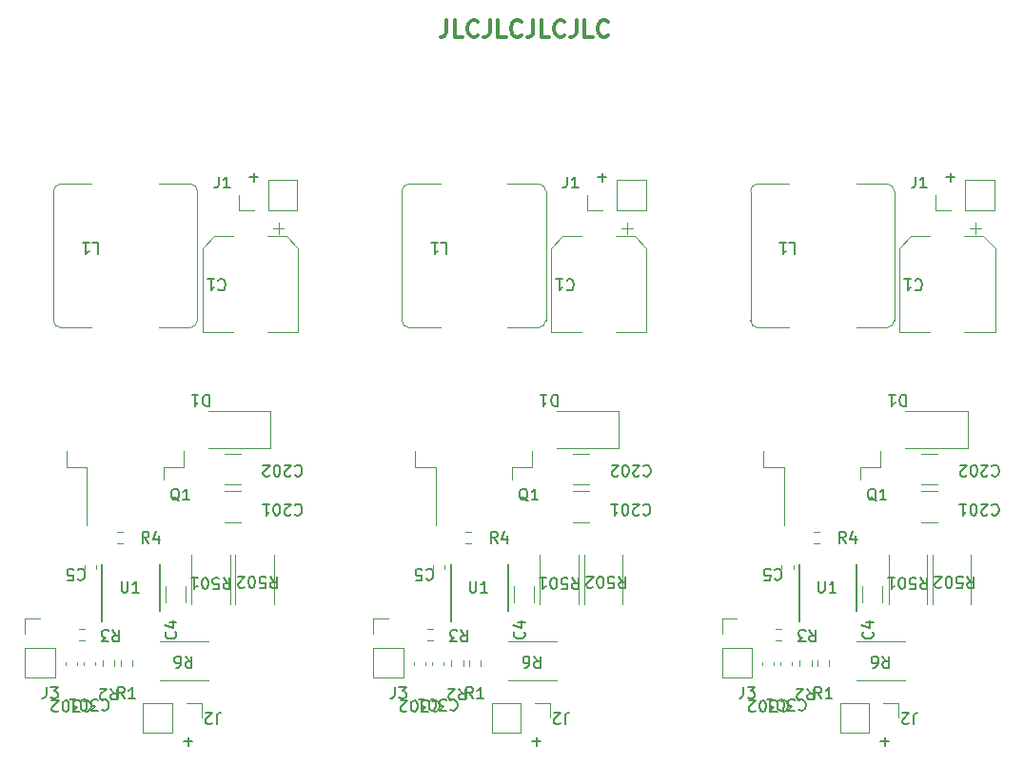
<source format=gto>
G04 #@! TF.GenerationSoftware,KiCad,Pcbnew,8.0.0*
G04 #@! TF.CreationDate,2024-02-29T15:25:12+11:00*
G04 #@! TF.ProjectId,panel,70616e65-6c2e-46b6-9963-61645f706362,rev?*
G04 #@! TF.SameCoordinates,Original*
G04 #@! TF.FileFunction,Legend,Top*
G04 #@! TF.FilePolarity,Positive*
%FSLAX46Y46*%
G04 Gerber Fmt 4.6, Leading zero omitted, Abs format (unit mm)*
G04 Created by KiCad (PCBNEW 8.0.0) date 2024-02-29 15:25:12*
%MOMM*%
%LPD*%
G01*
G04 APERTURE LIST*
%ADD10C,0.150000*%
%ADD11C,0.300000*%
%ADD12C,0.120000*%
G04 APERTURE END LIST*
D10*
X76696779Y-68388366D02*
X77458684Y-68388366D01*
X77077731Y-68769319D02*
X77077731Y-68007414D01*
X82536779Y-18168366D02*
X83298684Y-18168366D01*
X82917731Y-18549319D02*
X82917731Y-17787414D01*
D11*
X38071428Y-4178328D02*
X38071428Y-5249757D01*
X38071428Y-5249757D02*
X37999999Y-5464042D01*
X37999999Y-5464042D02*
X37857142Y-5606900D01*
X37857142Y-5606900D02*
X37642856Y-5678328D01*
X37642856Y-5678328D02*
X37499999Y-5678328D01*
X39499999Y-5678328D02*
X38785713Y-5678328D01*
X38785713Y-5678328D02*
X38785713Y-4178328D01*
X40857142Y-5535471D02*
X40785714Y-5606900D01*
X40785714Y-5606900D02*
X40571428Y-5678328D01*
X40571428Y-5678328D02*
X40428571Y-5678328D01*
X40428571Y-5678328D02*
X40214285Y-5606900D01*
X40214285Y-5606900D02*
X40071428Y-5464042D01*
X40071428Y-5464042D02*
X39999999Y-5321185D01*
X39999999Y-5321185D02*
X39928571Y-5035471D01*
X39928571Y-5035471D02*
X39928571Y-4821185D01*
X39928571Y-4821185D02*
X39999999Y-4535471D01*
X39999999Y-4535471D02*
X40071428Y-4392614D01*
X40071428Y-4392614D02*
X40214285Y-4249757D01*
X40214285Y-4249757D02*
X40428571Y-4178328D01*
X40428571Y-4178328D02*
X40571428Y-4178328D01*
X40571428Y-4178328D02*
X40785714Y-4249757D01*
X40785714Y-4249757D02*
X40857142Y-4321185D01*
X41928571Y-4178328D02*
X41928571Y-5249757D01*
X41928571Y-5249757D02*
X41857142Y-5464042D01*
X41857142Y-5464042D02*
X41714285Y-5606900D01*
X41714285Y-5606900D02*
X41499999Y-5678328D01*
X41499999Y-5678328D02*
X41357142Y-5678328D01*
X43357142Y-5678328D02*
X42642856Y-5678328D01*
X42642856Y-5678328D02*
X42642856Y-4178328D01*
X44714285Y-5535471D02*
X44642857Y-5606900D01*
X44642857Y-5606900D02*
X44428571Y-5678328D01*
X44428571Y-5678328D02*
X44285714Y-5678328D01*
X44285714Y-5678328D02*
X44071428Y-5606900D01*
X44071428Y-5606900D02*
X43928571Y-5464042D01*
X43928571Y-5464042D02*
X43857142Y-5321185D01*
X43857142Y-5321185D02*
X43785714Y-5035471D01*
X43785714Y-5035471D02*
X43785714Y-4821185D01*
X43785714Y-4821185D02*
X43857142Y-4535471D01*
X43857142Y-4535471D02*
X43928571Y-4392614D01*
X43928571Y-4392614D02*
X44071428Y-4249757D01*
X44071428Y-4249757D02*
X44285714Y-4178328D01*
X44285714Y-4178328D02*
X44428571Y-4178328D01*
X44428571Y-4178328D02*
X44642857Y-4249757D01*
X44642857Y-4249757D02*
X44714285Y-4321185D01*
X45785714Y-4178328D02*
X45785714Y-5249757D01*
X45785714Y-5249757D02*
X45714285Y-5464042D01*
X45714285Y-5464042D02*
X45571428Y-5606900D01*
X45571428Y-5606900D02*
X45357142Y-5678328D01*
X45357142Y-5678328D02*
X45214285Y-5678328D01*
X47214285Y-5678328D02*
X46499999Y-5678328D01*
X46499999Y-5678328D02*
X46499999Y-4178328D01*
X48571428Y-5535471D02*
X48500000Y-5606900D01*
X48500000Y-5606900D02*
X48285714Y-5678328D01*
X48285714Y-5678328D02*
X48142857Y-5678328D01*
X48142857Y-5678328D02*
X47928571Y-5606900D01*
X47928571Y-5606900D02*
X47785714Y-5464042D01*
X47785714Y-5464042D02*
X47714285Y-5321185D01*
X47714285Y-5321185D02*
X47642857Y-5035471D01*
X47642857Y-5035471D02*
X47642857Y-4821185D01*
X47642857Y-4821185D02*
X47714285Y-4535471D01*
X47714285Y-4535471D02*
X47785714Y-4392614D01*
X47785714Y-4392614D02*
X47928571Y-4249757D01*
X47928571Y-4249757D02*
X48142857Y-4178328D01*
X48142857Y-4178328D02*
X48285714Y-4178328D01*
X48285714Y-4178328D02*
X48500000Y-4249757D01*
X48500000Y-4249757D02*
X48571428Y-4321185D01*
X49642857Y-4178328D02*
X49642857Y-5249757D01*
X49642857Y-5249757D02*
X49571428Y-5464042D01*
X49571428Y-5464042D02*
X49428571Y-5606900D01*
X49428571Y-5606900D02*
X49214285Y-5678328D01*
X49214285Y-5678328D02*
X49071428Y-5678328D01*
X51071428Y-5678328D02*
X50357142Y-5678328D01*
X50357142Y-5678328D02*
X50357142Y-4178328D01*
X52428571Y-5535471D02*
X52357143Y-5606900D01*
X52357143Y-5606900D02*
X52142857Y-5678328D01*
X52142857Y-5678328D02*
X52000000Y-5678328D01*
X52000000Y-5678328D02*
X51785714Y-5606900D01*
X51785714Y-5606900D02*
X51642857Y-5464042D01*
X51642857Y-5464042D02*
X51571428Y-5321185D01*
X51571428Y-5321185D02*
X51500000Y-5035471D01*
X51500000Y-5035471D02*
X51500000Y-4821185D01*
X51500000Y-4821185D02*
X51571428Y-4535471D01*
X51571428Y-4535471D02*
X51642857Y-4392614D01*
X51642857Y-4392614D02*
X51785714Y-4249757D01*
X51785714Y-4249757D02*
X52000000Y-4178328D01*
X52000000Y-4178328D02*
X52142857Y-4178328D01*
X52142857Y-4178328D02*
X52357143Y-4249757D01*
X52357143Y-4249757D02*
X52428571Y-4321185D01*
D10*
X45696779Y-68388366D02*
X46458684Y-68388366D01*
X46077731Y-68769319D02*
X46077731Y-68007414D01*
X20536779Y-18168366D02*
X21298684Y-18168366D01*
X20917731Y-18549319D02*
X20917731Y-17787414D01*
X51536779Y-18168366D02*
X52298684Y-18168366D01*
X51917731Y-18549319D02*
X51917731Y-17787414D01*
X14696779Y-68388366D02*
X15458684Y-68388366D01*
X15077731Y-68769319D02*
X15077731Y-68007414D01*
X13949580Y-58626166D02*
X13997200Y-58673785D01*
X13997200Y-58673785D02*
X14044819Y-58816642D01*
X14044819Y-58816642D02*
X14044819Y-58911880D01*
X14044819Y-58911880D02*
X13997200Y-59054737D01*
X13997200Y-59054737D02*
X13901961Y-59149975D01*
X13901961Y-59149975D02*
X13806723Y-59197594D01*
X13806723Y-59197594D02*
X13616247Y-59245213D01*
X13616247Y-59245213D02*
X13473390Y-59245213D01*
X13473390Y-59245213D02*
X13282914Y-59197594D01*
X13282914Y-59197594D02*
X13187676Y-59149975D01*
X13187676Y-59149975D02*
X13092438Y-59054737D01*
X13092438Y-59054737D02*
X13044819Y-58911880D01*
X13044819Y-58911880D02*
X13044819Y-58816642D01*
X13044819Y-58816642D02*
X13092438Y-58673785D01*
X13092438Y-58673785D02*
X13140057Y-58626166D01*
X13378152Y-57769023D02*
X14044819Y-57769023D01*
X12997200Y-58007118D02*
X13711485Y-58245213D01*
X13711485Y-58245213D02*
X13711485Y-57626166D01*
X64466666Y-63519319D02*
X64466666Y-64233604D01*
X64466666Y-64233604D02*
X64419047Y-64376461D01*
X64419047Y-64376461D02*
X64323809Y-64471700D01*
X64323809Y-64471700D02*
X64180952Y-64519319D01*
X64180952Y-64519319D02*
X64085714Y-64519319D01*
X64847619Y-63519319D02*
X65466666Y-63519319D01*
X65466666Y-63519319D02*
X65133333Y-63900271D01*
X65133333Y-63900271D02*
X65276190Y-63900271D01*
X65276190Y-63900271D02*
X65371428Y-63947890D01*
X65371428Y-63947890D02*
X65419047Y-63995509D01*
X65419047Y-63995509D02*
X65466666Y-64090747D01*
X65466666Y-64090747D02*
X65466666Y-64328842D01*
X65466666Y-64328842D02*
X65419047Y-64424080D01*
X65419047Y-64424080D02*
X65371428Y-64471700D01*
X65371428Y-64471700D02*
X65276190Y-64519319D01*
X65276190Y-64519319D02*
X64990476Y-64519319D01*
X64990476Y-64519319D02*
X64895238Y-64471700D01*
X64895238Y-64471700D02*
X64847619Y-64424080D01*
X45294761Y-46969557D02*
X45199523Y-46921938D01*
X45199523Y-46921938D02*
X45104285Y-46826700D01*
X45104285Y-46826700D02*
X44961428Y-46683842D01*
X44961428Y-46683842D02*
X44866190Y-46636223D01*
X44866190Y-46636223D02*
X44770952Y-46636223D01*
X44818571Y-46874319D02*
X44723333Y-46826700D01*
X44723333Y-46826700D02*
X44628095Y-46731461D01*
X44628095Y-46731461D02*
X44580476Y-46540985D01*
X44580476Y-46540985D02*
X44580476Y-46207652D01*
X44580476Y-46207652D02*
X44628095Y-46017176D01*
X44628095Y-46017176D02*
X44723333Y-45921938D01*
X44723333Y-45921938D02*
X44818571Y-45874319D01*
X44818571Y-45874319D02*
X45009047Y-45874319D01*
X45009047Y-45874319D02*
X45104285Y-45921938D01*
X45104285Y-45921938D02*
X45199523Y-46017176D01*
X45199523Y-46017176D02*
X45247142Y-46207652D01*
X45247142Y-46207652D02*
X45247142Y-46540985D01*
X45247142Y-46540985D02*
X45199523Y-46731461D01*
X45199523Y-46731461D02*
X45104285Y-46826700D01*
X45104285Y-46826700D02*
X45009047Y-46874319D01*
X45009047Y-46874319D02*
X44818571Y-46874319D01*
X46199523Y-46874319D02*
X45628095Y-46874319D01*
X45913809Y-46874319D02*
X45913809Y-45874319D01*
X45913809Y-45874319D02*
X45818571Y-46017176D01*
X45818571Y-46017176D02*
X45723333Y-46112414D01*
X45723333Y-46112414D02*
X45628095Y-46160033D01*
X2466666Y-63519319D02*
X2466666Y-64233604D01*
X2466666Y-64233604D02*
X2419047Y-64376461D01*
X2419047Y-64376461D02*
X2323809Y-64471700D01*
X2323809Y-64471700D02*
X2180952Y-64519319D01*
X2180952Y-64519319D02*
X2085714Y-64519319D01*
X2847619Y-63519319D02*
X3466666Y-63519319D01*
X3466666Y-63519319D02*
X3133333Y-63900271D01*
X3133333Y-63900271D02*
X3276190Y-63900271D01*
X3276190Y-63900271D02*
X3371428Y-63947890D01*
X3371428Y-63947890D02*
X3419047Y-63995509D01*
X3419047Y-63995509D02*
X3466666Y-64090747D01*
X3466666Y-64090747D02*
X3466666Y-64328842D01*
X3466666Y-64328842D02*
X3419047Y-64424080D01*
X3419047Y-64424080D02*
X3371428Y-64471700D01*
X3371428Y-64471700D02*
X3276190Y-64519319D01*
X3276190Y-64519319D02*
X2990476Y-64519319D01*
X2990476Y-64519319D02*
X2895238Y-64471700D01*
X2895238Y-64471700D02*
X2847619Y-64424080D01*
X79608333Y-66814680D02*
X79608333Y-66100395D01*
X79608333Y-66100395D02*
X79655952Y-65957538D01*
X79655952Y-65957538D02*
X79751190Y-65862300D01*
X79751190Y-65862300D02*
X79894047Y-65814680D01*
X79894047Y-65814680D02*
X79989285Y-65814680D01*
X79179761Y-66719442D02*
X79132142Y-66767061D01*
X79132142Y-66767061D02*
X79036904Y-66814680D01*
X79036904Y-66814680D02*
X78798809Y-66814680D01*
X78798809Y-66814680D02*
X78703571Y-66767061D01*
X78703571Y-66767061D02*
X78655952Y-66719442D01*
X78655952Y-66719442D02*
X78608333Y-66624204D01*
X78608333Y-66624204D02*
X78608333Y-66528966D01*
X78608333Y-66528966D02*
X78655952Y-66386109D01*
X78655952Y-66386109D02*
X79227380Y-65814680D01*
X79227380Y-65814680D02*
X78608333Y-65814680D01*
X71413333Y-64534319D02*
X71080000Y-64058128D01*
X70841905Y-64534319D02*
X70841905Y-63534319D01*
X70841905Y-63534319D02*
X71222857Y-63534319D01*
X71222857Y-63534319D02*
X71318095Y-63581938D01*
X71318095Y-63581938D02*
X71365714Y-63629557D01*
X71365714Y-63629557D02*
X71413333Y-63724795D01*
X71413333Y-63724795D02*
X71413333Y-63867652D01*
X71413333Y-63867652D02*
X71365714Y-63962890D01*
X71365714Y-63962890D02*
X71318095Y-64010509D01*
X71318095Y-64010509D02*
X71222857Y-64058128D01*
X71222857Y-64058128D02*
X70841905Y-64058128D01*
X72365714Y-64534319D02*
X71794286Y-64534319D01*
X72080000Y-64534319D02*
X72080000Y-63534319D01*
X72080000Y-63534319D02*
X71984762Y-63677176D01*
X71984762Y-63677176D02*
X71889524Y-63772414D01*
X71889524Y-63772414D02*
X71794286Y-63820033D01*
X73583333Y-50704319D02*
X73250000Y-50228128D01*
X73011905Y-50704319D02*
X73011905Y-49704319D01*
X73011905Y-49704319D02*
X73392857Y-49704319D01*
X73392857Y-49704319D02*
X73488095Y-49751938D01*
X73488095Y-49751938D02*
X73535714Y-49799557D01*
X73535714Y-49799557D02*
X73583333Y-49894795D01*
X73583333Y-49894795D02*
X73583333Y-50037652D01*
X73583333Y-50037652D02*
X73535714Y-50132890D01*
X73535714Y-50132890D02*
X73488095Y-50180509D01*
X73488095Y-50180509D02*
X73392857Y-50228128D01*
X73392857Y-50228128D02*
X73011905Y-50228128D01*
X74440476Y-50037652D02*
X74440476Y-50704319D01*
X74202381Y-49656700D02*
X73964286Y-50370985D01*
X73964286Y-50370985D02*
X74583333Y-50370985D01*
X40138095Y-54104319D02*
X40138095Y-54913842D01*
X40138095Y-54913842D02*
X40185714Y-55009080D01*
X40185714Y-55009080D02*
X40233333Y-55056700D01*
X40233333Y-55056700D02*
X40328571Y-55104319D01*
X40328571Y-55104319D02*
X40519047Y-55104319D01*
X40519047Y-55104319D02*
X40614285Y-55056700D01*
X40614285Y-55056700D02*
X40661904Y-55009080D01*
X40661904Y-55009080D02*
X40709523Y-54913842D01*
X40709523Y-54913842D02*
X40709523Y-54104319D01*
X41709523Y-55104319D02*
X41138095Y-55104319D01*
X41423809Y-55104319D02*
X41423809Y-54104319D01*
X41423809Y-54104319D02*
X41328571Y-54247176D01*
X41328571Y-54247176D02*
X41233333Y-54342414D01*
X41233333Y-54342414D02*
X41138095Y-54390033D01*
X75949580Y-58626166D02*
X75997200Y-58673785D01*
X75997200Y-58673785D02*
X76044819Y-58816642D01*
X76044819Y-58816642D02*
X76044819Y-58911880D01*
X76044819Y-58911880D02*
X75997200Y-59054737D01*
X75997200Y-59054737D02*
X75901961Y-59149975D01*
X75901961Y-59149975D02*
X75806723Y-59197594D01*
X75806723Y-59197594D02*
X75616247Y-59245213D01*
X75616247Y-59245213D02*
X75473390Y-59245213D01*
X75473390Y-59245213D02*
X75282914Y-59197594D01*
X75282914Y-59197594D02*
X75187676Y-59149975D01*
X75187676Y-59149975D02*
X75092438Y-59054737D01*
X75092438Y-59054737D02*
X75044819Y-58911880D01*
X75044819Y-58911880D02*
X75044819Y-58816642D01*
X75044819Y-58816642D02*
X75092438Y-58673785D01*
X75092438Y-58673785D02*
X75140057Y-58626166D01*
X75378152Y-57769023D02*
X76044819Y-57769023D01*
X74997200Y-58007118D02*
X75711485Y-58245213D01*
X75711485Y-58245213D02*
X75711485Y-57626166D01*
X49209047Y-53794680D02*
X49542380Y-54270871D01*
X49780475Y-53794680D02*
X49780475Y-54794680D01*
X49780475Y-54794680D02*
X49399523Y-54794680D01*
X49399523Y-54794680D02*
X49304285Y-54747061D01*
X49304285Y-54747061D02*
X49256666Y-54699442D01*
X49256666Y-54699442D02*
X49209047Y-54604204D01*
X49209047Y-54604204D02*
X49209047Y-54461347D01*
X49209047Y-54461347D02*
X49256666Y-54366109D01*
X49256666Y-54366109D02*
X49304285Y-54318490D01*
X49304285Y-54318490D02*
X49399523Y-54270871D01*
X49399523Y-54270871D02*
X49780475Y-54270871D01*
X48304285Y-54794680D02*
X48780475Y-54794680D01*
X48780475Y-54794680D02*
X48828094Y-54318490D01*
X48828094Y-54318490D02*
X48780475Y-54366109D01*
X48780475Y-54366109D02*
X48685237Y-54413728D01*
X48685237Y-54413728D02*
X48447142Y-54413728D01*
X48447142Y-54413728D02*
X48351904Y-54366109D01*
X48351904Y-54366109D02*
X48304285Y-54318490D01*
X48304285Y-54318490D02*
X48256666Y-54223252D01*
X48256666Y-54223252D02*
X48256666Y-53985157D01*
X48256666Y-53985157D02*
X48304285Y-53889919D01*
X48304285Y-53889919D02*
X48351904Y-53842300D01*
X48351904Y-53842300D02*
X48447142Y-53794680D01*
X48447142Y-53794680D02*
X48685237Y-53794680D01*
X48685237Y-53794680D02*
X48780475Y-53842300D01*
X48780475Y-53842300D02*
X48828094Y-53889919D01*
X47637618Y-54794680D02*
X47542380Y-54794680D01*
X47542380Y-54794680D02*
X47447142Y-54747061D01*
X47447142Y-54747061D02*
X47399523Y-54699442D01*
X47399523Y-54699442D02*
X47351904Y-54604204D01*
X47351904Y-54604204D02*
X47304285Y-54413728D01*
X47304285Y-54413728D02*
X47304285Y-54175633D01*
X47304285Y-54175633D02*
X47351904Y-53985157D01*
X47351904Y-53985157D02*
X47399523Y-53889919D01*
X47399523Y-53889919D02*
X47447142Y-53842300D01*
X47447142Y-53842300D02*
X47542380Y-53794680D01*
X47542380Y-53794680D02*
X47637618Y-53794680D01*
X47637618Y-53794680D02*
X47732856Y-53842300D01*
X47732856Y-53842300D02*
X47780475Y-53889919D01*
X47780475Y-53889919D02*
X47828094Y-53985157D01*
X47828094Y-53985157D02*
X47875713Y-54175633D01*
X47875713Y-54175633D02*
X47875713Y-54413728D01*
X47875713Y-54413728D02*
X47828094Y-54604204D01*
X47828094Y-54604204D02*
X47780475Y-54699442D01*
X47780475Y-54699442D02*
X47732856Y-54747061D01*
X47732856Y-54747061D02*
X47637618Y-54794680D01*
X46351904Y-53794680D02*
X46923332Y-53794680D01*
X46637618Y-53794680D02*
X46637618Y-54794680D01*
X46637618Y-54794680D02*
X46732856Y-54651823D01*
X46732856Y-54651823D02*
X46828094Y-54556585D01*
X46828094Y-54556585D02*
X46923332Y-54508966D01*
X36266666Y-53102419D02*
X36314285Y-53054800D01*
X36314285Y-53054800D02*
X36457142Y-53007180D01*
X36457142Y-53007180D02*
X36552380Y-53007180D01*
X36552380Y-53007180D02*
X36695237Y-53054800D01*
X36695237Y-53054800D02*
X36790475Y-53150038D01*
X36790475Y-53150038D02*
X36838094Y-53245276D01*
X36838094Y-53245276D02*
X36885713Y-53435752D01*
X36885713Y-53435752D02*
X36885713Y-53578609D01*
X36885713Y-53578609D02*
X36838094Y-53769085D01*
X36838094Y-53769085D02*
X36790475Y-53864323D01*
X36790475Y-53864323D02*
X36695237Y-53959561D01*
X36695237Y-53959561D02*
X36552380Y-54007180D01*
X36552380Y-54007180D02*
X36457142Y-54007180D01*
X36457142Y-54007180D02*
X36314285Y-53959561D01*
X36314285Y-53959561D02*
X36266666Y-53911942D01*
X35361904Y-54007180D02*
X35838094Y-54007180D01*
X35838094Y-54007180D02*
X35885713Y-53530990D01*
X35885713Y-53530990D02*
X35838094Y-53578609D01*
X35838094Y-53578609D02*
X35742856Y-53626228D01*
X35742856Y-53626228D02*
X35504761Y-53626228D01*
X35504761Y-53626228D02*
X35409523Y-53578609D01*
X35409523Y-53578609D02*
X35361904Y-53530990D01*
X35361904Y-53530990D02*
X35314285Y-53435752D01*
X35314285Y-53435752D02*
X35314285Y-53197657D01*
X35314285Y-53197657D02*
X35361904Y-53102419D01*
X35361904Y-53102419D02*
X35409523Y-53054800D01*
X35409523Y-53054800D02*
X35504761Y-53007180D01*
X35504761Y-53007180D02*
X35742856Y-53007180D01*
X35742856Y-53007180D02*
X35838094Y-53054800D01*
X35838094Y-53054800D02*
X35885713Y-53102419D01*
X42583333Y-50704319D02*
X42250000Y-50228128D01*
X42011905Y-50704319D02*
X42011905Y-49704319D01*
X42011905Y-49704319D02*
X42392857Y-49704319D01*
X42392857Y-49704319D02*
X42488095Y-49751938D01*
X42488095Y-49751938D02*
X42535714Y-49799557D01*
X42535714Y-49799557D02*
X42583333Y-49894795D01*
X42583333Y-49894795D02*
X42583333Y-50037652D01*
X42583333Y-50037652D02*
X42535714Y-50132890D01*
X42535714Y-50132890D02*
X42488095Y-50180509D01*
X42488095Y-50180509D02*
X42392857Y-50228128D01*
X42392857Y-50228128D02*
X42011905Y-50228128D01*
X43440476Y-50037652D02*
X43440476Y-50704319D01*
X43202381Y-49656700D02*
X42964286Y-50370985D01*
X42964286Y-50370985D02*
X43583333Y-50370985D01*
X45826666Y-60794680D02*
X46159999Y-61270871D01*
X46398094Y-60794680D02*
X46398094Y-61794680D01*
X46398094Y-61794680D02*
X46017142Y-61794680D01*
X46017142Y-61794680D02*
X45921904Y-61747061D01*
X45921904Y-61747061D02*
X45874285Y-61699442D01*
X45874285Y-61699442D02*
X45826666Y-61604204D01*
X45826666Y-61604204D02*
X45826666Y-61461347D01*
X45826666Y-61461347D02*
X45874285Y-61366109D01*
X45874285Y-61366109D02*
X45921904Y-61318490D01*
X45921904Y-61318490D02*
X46017142Y-61270871D01*
X46017142Y-61270871D02*
X46398094Y-61270871D01*
X44969523Y-61794680D02*
X45159999Y-61794680D01*
X45159999Y-61794680D02*
X45255237Y-61747061D01*
X45255237Y-61747061D02*
X45302856Y-61699442D01*
X45302856Y-61699442D02*
X45398094Y-61556585D01*
X45398094Y-61556585D02*
X45445713Y-61366109D01*
X45445713Y-61366109D02*
X45445713Y-60985157D01*
X45445713Y-60985157D02*
X45398094Y-60889919D01*
X45398094Y-60889919D02*
X45350475Y-60842300D01*
X45350475Y-60842300D02*
X45255237Y-60794680D01*
X45255237Y-60794680D02*
X45064761Y-60794680D01*
X45064761Y-60794680D02*
X44969523Y-60842300D01*
X44969523Y-60842300D02*
X44921904Y-60889919D01*
X44921904Y-60889919D02*
X44874285Y-60985157D01*
X44874285Y-60985157D02*
X44874285Y-61223252D01*
X44874285Y-61223252D02*
X44921904Y-61318490D01*
X44921904Y-61318490D02*
X44969523Y-61366109D01*
X44969523Y-61366109D02*
X45064761Y-61413728D01*
X45064761Y-61413728D02*
X45255237Y-61413728D01*
X45255237Y-61413728D02*
X45350475Y-61366109D01*
X45350475Y-61366109D02*
X45398094Y-61318490D01*
X45398094Y-61318490D02*
X45445713Y-61223252D01*
X53369047Y-53694680D02*
X53702380Y-54170871D01*
X53940475Y-53694680D02*
X53940475Y-54694680D01*
X53940475Y-54694680D02*
X53559523Y-54694680D01*
X53559523Y-54694680D02*
X53464285Y-54647061D01*
X53464285Y-54647061D02*
X53416666Y-54599442D01*
X53416666Y-54599442D02*
X53369047Y-54504204D01*
X53369047Y-54504204D02*
X53369047Y-54361347D01*
X53369047Y-54361347D02*
X53416666Y-54266109D01*
X53416666Y-54266109D02*
X53464285Y-54218490D01*
X53464285Y-54218490D02*
X53559523Y-54170871D01*
X53559523Y-54170871D02*
X53940475Y-54170871D01*
X52464285Y-54694680D02*
X52940475Y-54694680D01*
X52940475Y-54694680D02*
X52988094Y-54218490D01*
X52988094Y-54218490D02*
X52940475Y-54266109D01*
X52940475Y-54266109D02*
X52845237Y-54313728D01*
X52845237Y-54313728D02*
X52607142Y-54313728D01*
X52607142Y-54313728D02*
X52511904Y-54266109D01*
X52511904Y-54266109D02*
X52464285Y-54218490D01*
X52464285Y-54218490D02*
X52416666Y-54123252D01*
X52416666Y-54123252D02*
X52416666Y-53885157D01*
X52416666Y-53885157D02*
X52464285Y-53789919D01*
X52464285Y-53789919D02*
X52511904Y-53742300D01*
X52511904Y-53742300D02*
X52607142Y-53694680D01*
X52607142Y-53694680D02*
X52845237Y-53694680D01*
X52845237Y-53694680D02*
X52940475Y-53742300D01*
X52940475Y-53742300D02*
X52988094Y-53789919D01*
X51797618Y-54694680D02*
X51702380Y-54694680D01*
X51702380Y-54694680D02*
X51607142Y-54647061D01*
X51607142Y-54647061D02*
X51559523Y-54599442D01*
X51559523Y-54599442D02*
X51511904Y-54504204D01*
X51511904Y-54504204D02*
X51464285Y-54313728D01*
X51464285Y-54313728D02*
X51464285Y-54075633D01*
X51464285Y-54075633D02*
X51511904Y-53885157D01*
X51511904Y-53885157D02*
X51559523Y-53789919D01*
X51559523Y-53789919D02*
X51607142Y-53742300D01*
X51607142Y-53742300D02*
X51702380Y-53694680D01*
X51702380Y-53694680D02*
X51797618Y-53694680D01*
X51797618Y-53694680D02*
X51892856Y-53742300D01*
X51892856Y-53742300D02*
X51940475Y-53789919D01*
X51940475Y-53789919D02*
X51988094Y-53885157D01*
X51988094Y-53885157D02*
X52035713Y-54075633D01*
X52035713Y-54075633D02*
X52035713Y-54313728D01*
X52035713Y-54313728D02*
X51988094Y-54504204D01*
X51988094Y-54504204D02*
X51940475Y-54599442D01*
X51940475Y-54599442D02*
X51892856Y-54647061D01*
X51892856Y-54647061D02*
X51797618Y-54694680D01*
X51083332Y-54599442D02*
X51035713Y-54647061D01*
X51035713Y-54647061D02*
X50940475Y-54694680D01*
X50940475Y-54694680D02*
X50702380Y-54694680D01*
X50702380Y-54694680D02*
X50607142Y-54647061D01*
X50607142Y-54647061D02*
X50559523Y-54599442D01*
X50559523Y-54599442D02*
X50511904Y-54504204D01*
X50511904Y-54504204D02*
X50511904Y-54408966D01*
X50511904Y-54408966D02*
X50559523Y-54266109D01*
X50559523Y-54266109D02*
X51130951Y-53694680D01*
X51130951Y-53694680D02*
X50511904Y-53694680D01*
X18209047Y-53794680D02*
X18542380Y-54270871D01*
X18780475Y-53794680D02*
X18780475Y-54794680D01*
X18780475Y-54794680D02*
X18399523Y-54794680D01*
X18399523Y-54794680D02*
X18304285Y-54747061D01*
X18304285Y-54747061D02*
X18256666Y-54699442D01*
X18256666Y-54699442D02*
X18209047Y-54604204D01*
X18209047Y-54604204D02*
X18209047Y-54461347D01*
X18209047Y-54461347D02*
X18256666Y-54366109D01*
X18256666Y-54366109D02*
X18304285Y-54318490D01*
X18304285Y-54318490D02*
X18399523Y-54270871D01*
X18399523Y-54270871D02*
X18780475Y-54270871D01*
X17304285Y-54794680D02*
X17780475Y-54794680D01*
X17780475Y-54794680D02*
X17828094Y-54318490D01*
X17828094Y-54318490D02*
X17780475Y-54366109D01*
X17780475Y-54366109D02*
X17685237Y-54413728D01*
X17685237Y-54413728D02*
X17447142Y-54413728D01*
X17447142Y-54413728D02*
X17351904Y-54366109D01*
X17351904Y-54366109D02*
X17304285Y-54318490D01*
X17304285Y-54318490D02*
X17256666Y-54223252D01*
X17256666Y-54223252D02*
X17256666Y-53985157D01*
X17256666Y-53985157D02*
X17304285Y-53889919D01*
X17304285Y-53889919D02*
X17351904Y-53842300D01*
X17351904Y-53842300D02*
X17447142Y-53794680D01*
X17447142Y-53794680D02*
X17685237Y-53794680D01*
X17685237Y-53794680D02*
X17780475Y-53842300D01*
X17780475Y-53842300D02*
X17828094Y-53889919D01*
X16637618Y-54794680D02*
X16542380Y-54794680D01*
X16542380Y-54794680D02*
X16447142Y-54747061D01*
X16447142Y-54747061D02*
X16399523Y-54699442D01*
X16399523Y-54699442D02*
X16351904Y-54604204D01*
X16351904Y-54604204D02*
X16304285Y-54413728D01*
X16304285Y-54413728D02*
X16304285Y-54175633D01*
X16304285Y-54175633D02*
X16351904Y-53985157D01*
X16351904Y-53985157D02*
X16399523Y-53889919D01*
X16399523Y-53889919D02*
X16447142Y-53842300D01*
X16447142Y-53842300D02*
X16542380Y-53794680D01*
X16542380Y-53794680D02*
X16637618Y-53794680D01*
X16637618Y-53794680D02*
X16732856Y-53842300D01*
X16732856Y-53842300D02*
X16780475Y-53889919D01*
X16780475Y-53889919D02*
X16828094Y-53985157D01*
X16828094Y-53985157D02*
X16875713Y-54175633D01*
X16875713Y-54175633D02*
X16875713Y-54413728D01*
X16875713Y-54413728D02*
X16828094Y-54604204D01*
X16828094Y-54604204D02*
X16780475Y-54699442D01*
X16780475Y-54699442D02*
X16732856Y-54747061D01*
X16732856Y-54747061D02*
X16637618Y-54794680D01*
X15351904Y-53794680D02*
X15923332Y-53794680D01*
X15637618Y-53794680D02*
X15637618Y-54794680D01*
X15637618Y-54794680D02*
X15732856Y-54651823D01*
X15732856Y-54651823D02*
X15828094Y-54556585D01*
X15828094Y-54556585D02*
X15923332Y-54508966D01*
X36809047Y-64817419D02*
X36856666Y-64769800D01*
X36856666Y-64769800D02*
X36999523Y-64722180D01*
X36999523Y-64722180D02*
X37094761Y-64722180D01*
X37094761Y-64722180D02*
X37237618Y-64769800D01*
X37237618Y-64769800D02*
X37332856Y-64865038D01*
X37332856Y-64865038D02*
X37380475Y-64960276D01*
X37380475Y-64960276D02*
X37428094Y-65150752D01*
X37428094Y-65150752D02*
X37428094Y-65293609D01*
X37428094Y-65293609D02*
X37380475Y-65484085D01*
X37380475Y-65484085D02*
X37332856Y-65579323D01*
X37332856Y-65579323D02*
X37237618Y-65674561D01*
X37237618Y-65674561D02*
X37094761Y-65722180D01*
X37094761Y-65722180D02*
X36999523Y-65722180D01*
X36999523Y-65722180D02*
X36856666Y-65674561D01*
X36856666Y-65674561D02*
X36809047Y-65626942D01*
X36475713Y-65722180D02*
X35856666Y-65722180D01*
X35856666Y-65722180D02*
X36189999Y-65341228D01*
X36189999Y-65341228D02*
X36047142Y-65341228D01*
X36047142Y-65341228D02*
X35951904Y-65293609D01*
X35951904Y-65293609D02*
X35904285Y-65245990D01*
X35904285Y-65245990D02*
X35856666Y-65150752D01*
X35856666Y-65150752D02*
X35856666Y-64912657D01*
X35856666Y-64912657D02*
X35904285Y-64817419D01*
X35904285Y-64817419D02*
X35951904Y-64769800D01*
X35951904Y-64769800D02*
X36047142Y-64722180D01*
X36047142Y-64722180D02*
X36332856Y-64722180D01*
X36332856Y-64722180D02*
X36428094Y-64769800D01*
X36428094Y-64769800D02*
X36475713Y-64817419D01*
X35237618Y-65722180D02*
X35142380Y-65722180D01*
X35142380Y-65722180D02*
X35047142Y-65674561D01*
X35047142Y-65674561D02*
X34999523Y-65626942D01*
X34999523Y-65626942D02*
X34951904Y-65531704D01*
X34951904Y-65531704D02*
X34904285Y-65341228D01*
X34904285Y-65341228D02*
X34904285Y-65103133D01*
X34904285Y-65103133D02*
X34951904Y-64912657D01*
X34951904Y-64912657D02*
X34999523Y-64817419D01*
X34999523Y-64817419D02*
X35047142Y-64769800D01*
X35047142Y-64769800D02*
X35142380Y-64722180D01*
X35142380Y-64722180D02*
X35237618Y-64722180D01*
X35237618Y-64722180D02*
X35332856Y-64769800D01*
X35332856Y-64769800D02*
X35380475Y-64817419D01*
X35380475Y-64817419D02*
X35428094Y-64912657D01*
X35428094Y-64912657D02*
X35475713Y-65103133D01*
X35475713Y-65103133D02*
X35475713Y-65341228D01*
X35475713Y-65341228D02*
X35428094Y-65531704D01*
X35428094Y-65531704D02*
X35380475Y-65626942D01*
X35380475Y-65626942D02*
X35332856Y-65674561D01*
X35332856Y-65674561D02*
X35237618Y-65722180D01*
X34523332Y-65626942D02*
X34475713Y-65674561D01*
X34475713Y-65674561D02*
X34380475Y-65722180D01*
X34380475Y-65722180D02*
X34142380Y-65722180D01*
X34142380Y-65722180D02*
X34047142Y-65674561D01*
X34047142Y-65674561D02*
X33999523Y-65626942D01*
X33999523Y-65626942D02*
X33951904Y-65531704D01*
X33951904Y-65531704D02*
X33951904Y-65436466D01*
X33951904Y-65436466D02*
X33999523Y-65293609D01*
X33999523Y-65293609D02*
X34570951Y-64722180D01*
X34570951Y-64722180D02*
X33951904Y-64722180D01*
X78928094Y-37514680D02*
X78928094Y-38514680D01*
X78928094Y-38514680D02*
X78689999Y-38514680D01*
X78689999Y-38514680D02*
X78547142Y-38467061D01*
X78547142Y-38467061D02*
X78451904Y-38371823D01*
X78451904Y-38371823D02*
X78404285Y-38276585D01*
X78404285Y-38276585D02*
X78356666Y-38086109D01*
X78356666Y-38086109D02*
X78356666Y-37943252D01*
X78356666Y-37943252D02*
X78404285Y-37752776D01*
X78404285Y-37752776D02*
X78451904Y-37657538D01*
X78451904Y-37657538D02*
X78547142Y-37562300D01*
X78547142Y-37562300D02*
X78689999Y-37514680D01*
X78689999Y-37514680D02*
X78928094Y-37514680D01*
X77404285Y-37514680D02*
X77975713Y-37514680D01*
X77689999Y-37514680D02*
X77689999Y-38514680D01*
X77689999Y-38514680D02*
X77785237Y-38371823D01*
X77785237Y-38371823D02*
X77880475Y-38276585D01*
X77880475Y-38276585D02*
X77975713Y-38228966D01*
X67266666Y-53102419D02*
X67314285Y-53054800D01*
X67314285Y-53054800D02*
X67457142Y-53007180D01*
X67457142Y-53007180D02*
X67552380Y-53007180D01*
X67552380Y-53007180D02*
X67695237Y-53054800D01*
X67695237Y-53054800D02*
X67790475Y-53150038D01*
X67790475Y-53150038D02*
X67838094Y-53245276D01*
X67838094Y-53245276D02*
X67885713Y-53435752D01*
X67885713Y-53435752D02*
X67885713Y-53578609D01*
X67885713Y-53578609D02*
X67838094Y-53769085D01*
X67838094Y-53769085D02*
X67790475Y-53864323D01*
X67790475Y-53864323D02*
X67695237Y-53959561D01*
X67695237Y-53959561D02*
X67552380Y-54007180D01*
X67552380Y-54007180D02*
X67457142Y-54007180D01*
X67457142Y-54007180D02*
X67314285Y-53959561D01*
X67314285Y-53959561D02*
X67266666Y-53911942D01*
X66361904Y-54007180D02*
X66838094Y-54007180D01*
X66838094Y-54007180D02*
X66885713Y-53530990D01*
X66885713Y-53530990D02*
X66838094Y-53578609D01*
X66838094Y-53578609D02*
X66742856Y-53626228D01*
X66742856Y-53626228D02*
X66504761Y-53626228D01*
X66504761Y-53626228D02*
X66409523Y-53578609D01*
X66409523Y-53578609D02*
X66361904Y-53530990D01*
X66361904Y-53530990D02*
X66314285Y-53435752D01*
X66314285Y-53435752D02*
X66314285Y-53197657D01*
X66314285Y-53197657D02*
X66361904Y-53102419D01*
X66361904Y-53102419D02*
X66409523Y-53054800D01*
X66409523Y-53054800D02*
X66504761Y-53007180D01*
X66504761Y-53007180D02*
X66742856Y-53007180D01*
X66742856Y-53007180D02*
X66838094Y-53054800D01*
X66838094Y-53054800D02*
X66885713Y-53102419D01*
X48608333Y-66814680D02*
X48608333Y-66100395D01*
X48608333Y-66100395D02*
X48655952Y-65957538D01*
X48655952Y-65957538D02*
X48751190Y-65862300D01*
X48751190Y-65862300D02*
X48894047Y-65814680D01*
X48894047Y-65814680D02*
X48989285Y-65814680D01*
X48179761Y-66719442D02*
X48132142Y-66767061D01*
X48132142Y-66767061D02*
X48036904Y-66814680D01*
X48036904Y-66814680D02*
X47798809Y-66814680D01*
X47798809Y-66814680D02*
X47703571Y-66767061D01*
X47703571Y-66767061D02*
X47655952Y-66719442D01*
X47655952Y-66719442D02*
X47608333Y-66624204D01*
X47608333Y-66624204D02*
X47608333Y-66528966D01*
X47608333Y-66528966D02*
X47655952Y-66386109D01*
X47655952Y-66386109D02*
X48227380Y-65814680D01*
X48227380Y-65814680D02*
X47608333Y-65814680D01*
X24579047Y-47339919D02*
X24626666Y-47292300D01*
X24626666Y-47292300D02*
X24769523Y-47244680D01*
X24769523Y-47244680D02*
X24864761Y-47244680D01*
X24864761Y-47244680D02*
X25007618Y-47292300D01*
X25007618Y-47292300D02*
X25102856Y-47387538D01*
X25102856Y-47387538D02*
X25150475Y-47482776D01*
X25150475Y-47482776D02*
X25198094Y-47673252D01*
X25198094Y-47673252D02*
X25198094Y-47816109D01*
X25198094Y-47816109D02*
X25150475Y-48006585D01*
X25150475Y-48006585D02*
X25102856Y-48101823D01*
X25102856Y-48101823D02*
X25007618Y-48197061D01*
X25007618Y-48197061D02*
X24864761Y-48244680D01*
X24864761Y-48244680D02*
X24769523Y-48244680D01*
X24769523Y-48244680D02*
X24626666Y-48197061D01*
X24626666Y-48197061D02*
X24579047Y-48149442D01*
X24198094Y-48149442D02*
X24150475Y-48197061D01*
X24150475Y-48197061D02*
X24055237Y-48244680D01*
X24055237Y-48244680D02*
X23817142Y-48244680D01*
X23817142Y-48244680D02*
X23721904Y-48197061D01*
X23721904Y-48197061D02*
X23674285Y-48149442D01*
X23674285Y-48149442D02*
X23626666Y-48054204D01*
X23626666Y-48054204D02*
X23626666Y-47958966D01*
X23626666Y-47958966D02*
X23674285Y-47816109D01*
X23674285Y-47816109D02*
X24245713Y-47244680D01*
X24245713Y-47244680D02*
X23626666Y-47244680D01*
X23007618Y-48244680D02*
X22912380Y-48244680D01*
X22912380Y-48244680D02*
X22817142Y-48197061D01*
X22817142Y-48197061D02*
X22769523Y-48149442D01*
X22769523Y-48149442D02*
X22721904Y-48054204D01*
X22721904Y-48054204D02*
X22674285Y-47863728D01*
X22674285Y-47863728D02*
X22674285Y-47625633D01*
X22674285Y-47625633D02*
X22721904Y-47435157D01*
X22721904Y-47435157D02*
X22769523Y-47339919D01*
X22769523Y-47339919D02*
X22817142Y-47292300D01*
X22817142Y-47292300D02*
X22912380Y-47244680D01*
X22912380Y-47244680D02*
X23007618Y-47244680D01*
X23007618Y-47244680D02*
X23102856Y-47292300D01*
X23102856Y-47292300D02*
X23150475Y-47339919D01*
X23150475Y-47339919D02*
X23198094Y-47435157D01*
X23198094Y-47435157D02*
X23245713Y-47625633D01*
X23245713Y-47625633D02*
X23245713Y-47863728D01*
X23245713Y-47863728D02*
X23198094Y-48054204D01*
X23198094Y-48054204D02*
X23150475Y-48149442D01*
X23150475Y-48149442D02*
X23102856Y-48197061D01*
X23102856Y-48197061D02*
X23007618Y-48244680D01*
X21721904Y-47244680D02*
X22293332Y-47244680D01*
X22007618Y-47244680D02*
X22007618Y-48244680D01*
X22007618Y-48244680D02*
X22102856Y-48101823D01*
X22102856Y-48101823D02*
X22198094Y-48006585D01*
X22198094Y-48006585D02*
X22293332Y-47958966D01*
X68566666Y-23994680D02*
X69042856Y-23994680D01*
X69042856Y-23994680D02*
X69042856Y-24994680D01*
X67709523Y-23994680D02*
X68280951Y-23994680D01*
X67995237Y-23994680D02*
X67995237Y-24994680D01*
X67995237Y-24994680D02*
X68090475Y-24851823D01*
X68090475Y-24851823D02*
X68185713Y-24756585D01*
X68185713Y-24756585D02*
X68280951Y-24708966D01*
X76294761Y-46969557D02*
X76199523Y-46921938D01*
X76199523Y-46921938D02*
X76104285Y-46826700D01*
X76104285Y-46826700D02*
X75961428Y-46683842D01*
X75961428Y-46683842D02*
X75866190Y-46636223D01*
X75866190Y-46636223D02*
X75770952Y-46636223D01*
X75818571Y-46874319D02*
X75723333Y-46826700D01*
X75723333Y-46826700D02*
X75628095Y-46731461D01*
X75628095Y-46731461D02*
X75580476Y-46540985D01*
X75580476Y-46540985D02*
X75580476Y-46207652D01*
X75580476Y-46207652D02*
X75628095Y-46017176D01*
X75628095Y-46017176D02*
X75723333Y-45921938D01*
X75723333Y-45921938D02*
X75818571Y-45874319D01*
X75818571Y-45874319D02*
X76009047Y-45874319D01*
X76009047Y-45874319D02*
X76104285Y-45921938D01*
X76104285Y-45921938D02*
X76199523Y-46017176D01*
X76199523Y-46017176D02*
X76247142Y-46207652D01*
X76247142Y-46207652D02*
X76247142Y-46540985D01*
X76247142Y-46540985D02*
X76199523Y-46731461D01*
X76199523Y-46731461D02*
X76104285Y-46826700D01*
X76104285Y-46826700D02*
X76009047Y-46874319D01*
X76009047Y-46874319D02*
X75818571Y-46874319D01*
X77199523Y-46874319D02*
X76628095Y-46874319D01*
X76913809Y-46874319D02*
X76913809Y-45874319D01*
X76913809Y-45874319D02*
X76818571Y-46017176D01*
X76818571Y-46017176D02*
X76723333Y-46112414D01*
X76723333Y-46112414D02*
X76628095Y-46160033D01*
X17791666Y-18104319D02*
X17791666Y-18818604D01*
X17791666Y-18818604D02*
X17744047Y-18961461D01*
X17744047Y-18961461D02*
X17648809Y-19056700D01*
X17648809Y-19056700D02*
X17505952Y-19104319D01*
X17505952Y-19104319D02*
X17410714Y-19104319D01*
X18791666Y-19104319D02*
X18220238Y-19104319D01*
X18505952Y-19104319D02*
X18505952Y-18104319D01*
X18505952Y-18104319D02*
X18410714Y-18247176D01*
X18410714Y-18247176D02*
X18315476Y-18342414D01*
X18315476Y-18342414D02*
X18220238Y-18390033D01*
X39344166Y-58465930D02*
X39677499Y-58942121D01*
X39915594Y-58465930D02*
X39915594Y-59465930D01*
X39915594Y-59465930D02*
X39534642Y-59465930D01*
X39534642Y-59465930D02*
X39439404Y-59418311D01*
X39439404Y-59418311D02*
X39391785Y-59370692D01*
X39391785Y-59370692D02*
X39344166Y-59275454D01*
X39344166Y-59275454D02*
X39344166Y-59132597D01*
X39344166Y-59132597D02*
X39391785Y-59037359D01*
X39391785Y-59037359D02*
X39439404Y-58989740D01*
X39439404Y-58989740D02*
X39534642Y-58942121D01*
X39534642Y-58942121D02*
X39915594Y-58942121D01*
X39010832Y-59465930D02*
X38391785Y-59465930D01*
X38391785Y-59465930D02*
X38725118Y-59084978D01*
X38725118Y-59084978D02*
X38582261Y-59084978D01*
X38582261Y-59084978D02*
X38487023Y-59037359D01*
X38487023Y-59037359D02*
X38439404Y-58989740D01*
X38439404Y-58989740D02*
X38391785Y-58894502D01*
X38391785Y-58894502D02*
X38391785Y-58656407D01*
X38391785Y-58656407D02*
X38439404Y-58561169D01*
X38439404Y-58561169D02*
X38487023Y-58513550D01*
X38487023Y-58513550D02*
X38582261Y-58465930D01*
X38582261Y-58465930D02*
X38867975Y-58465930D01*
X38867975Y-58465930D02*
X38963213Y-58513550D01*
X38963213Y-58513550D02*
X39010832Y-58561169D01*
X39166666Y-63654680D02*
X39499999Y-64130871D01*
X39738094Y-63654680D02*
X39738094Y-64654680D01*
X39738094Y-64654680D02*
X39357142Y-64654680D01*
X39357142Y-64654680D02*
X39261904Y-64607061D01*
X39261904Y-64607061D02*
X39214285Y-64559442D01*
X39214285Y-64559442D02*
X39166666Y-64464204D01*
X39166666Y-64464204D02*
X39166666Y-64321347D01*
X39166666Y-64321347D02*
X39214285Y-64226109D01*
X39214285Y-64226109D02*
X39261904Y-64178490D01*
X39261904Y-64178490D02*
X39357142Y-64130871D01*
X39357142Y-64130871D02*
X39738094Y-64130871D01*
X38785713Y-64559442D02*
X38738094Y-64607061D01*
X38738094Y-64607061D02*
X38642856Y-64654680D01*
X38642856Y-64654680D02*
X38404761Y-64654680D01*
X38404761Y-64654680D02*
X38309523Y-64607061D01*
X38309523Y-64607061D02*
X38261904Y-64559442D01*
X38261904Y-64559442D02*
X38214285Y-64464204D01*
X38214285Y-64464204D02*
X38214285Y-64368966D01*
X38214285Y-64368966D02*
X38261904Y-64226109D01*
X38261904Y-64226109D02*
X38833332Y-63654680D01*
X38833332Y-63654680D02*
X38214285Y-63654680D01*
X9413333Y-64534319D02*
X9080000Y-64058128D01*
X8841905Y-64534319D02*
X8841905Y-63534319D01*
X8841905Y-63534319D02*
X9222857Y-63534319D01*
X9222857Y-63534319D02*
X9318095Y-63581938D01*
X9318095Y-63581938D02*
X9365714Y-63629557D01*
X9365714Y-63629557D02*
X9413333Y-63724795D01*
X9413333Y-63724795D02*
X9413333Y-63867652D01*
X9413333Y-63867652D02*
X9365714Y-63962890D01*
X9365714Y-63962890D02*
X9318095Y-64010509D01*
X9318095Y-64010509D02*
X9222857Y-64058128D01*
X9222857Y-64058128D02*
X8841905Y-64058128D01*
X10365714Y-64534319D02*
X9794286Y-64534319D01*
X10080000Y-64534319D02*
X10080000Y-63534319D01*
X10080000Y-63534319D02*
X9984762Y-63677176D01*
X9984762Y-63677176D02*
X9889524Y-63772414D01*
X9889524Y-63772414D02*
X9794286Y-63820033D01*
X86579047Y-47339919D02*
X86626666Y-47292300D01*
X86626666Y-47292300D02*
X86769523Y-47244680D01*
X86769523Y-47244680D02*
X86864761Y-47244680D01*
X86864761Y-47244680D02*
X87007618Y-47292300D01*
X87007618Y-47292300D02*
X87102856Y-47387538D01*
X87102856Y-47387538D02*
X87150475Y-47482776D01*
X87150475Y-47482776D02*
X87198094Y-47673252D01*
X87198094Y-47673252D02*
X87198094Y-47816109D01*
X87198094Y-47816109D02*
X87150475Y-48006585D01*
X87150475Y-48006585D02*
X87102856Y-48101823D01*
X87102856Y-48101823D02*
X87007618Y-48197061D01*
X87007618Y-48197061D02*
X86864761Y-48244680D01*
X86864761Y-48244680D02*
X86769523Y-48244680D01*
X86769523Y-48244680D02*
X86626666Y-48197061D01*
X86626666Y-48197061D02*
X86579047Y-48149442D01*
X86198094Y-48149442D02*
X86150475Y-48197061D01*
X86150475Y-48197061D02*
X86055237Y-48244680D01*
X86055237Y-48244680D02*
X85817142Y-48244680D01*
X85817142Y-48244680D02*
X85721904Y-48197061D01*
X85721904Y-48197061D02*
X85674285Y-48149442D01*
X85674285Y-48149442D02*
X85626666Y-48054204D01*
X85626666Y-48054204D02*
X85626666Y-47958966D01*
X85626666Y-47958966D02*
X85674285Y-47816109D01*
X85674285Y-47816109D02*
X86245713Y-47244680D01*
X86245713Y-47244680D02*
X85626666Y-47244680D01*
X85007618Y-48244680D02*
X84912380Y-48244680D01*
X84912380Y-48244680D02*
X84817142Y-48197061D01*
X84817142Y-48197061D02*
X84769523Y-48149442D01*
X84769523Y-48149442D02*
X84721904Y-48054204D01*
X84721904Y-48054204D02*
X84674285Y-47863728D01*
X84674285Y-47863728D02*
X84674285Y-47625633D01*
X84674285Y-47625633D02*
X84721904Y-47435157D01*
X84721904Y-47435157D02*
X84769523Y-47339919D01*
X84769523Y-47339919D02*
X84817142Y-47292300D01*
X84817142Y-47292300D02*
X84912380Y-47244680D01*
X84912380Y-47244680D02*
X85007618Y-47244680D01*
X85007618Y-47244680D02*
X85102856Y-47292300D01*
X85102856Y-47292300D02*
X85150475Y-47339919D01*
X85150475Y-47339919D02*
X85198094Y-47435157D01*
X85198094Y-47435157D02*
X85245713Y-47625633D01*
X85245713Y-47625633D02*
X85245713Y-47863728D01*
X85245713Y-47863728D02*
X85198094Y-48054204D01*
X85198094Y-48054204D02*
X85150475Y-48149442D01*
X85150475Y-48149442D02*
X85102856Y-48197061D01*
X85102856Y-48197061D02*
X85007618Y-48244680D01*
X83721904Y-47244680D02*
X84293332Y-47244680D01*
X84007618Y-47244680D02*
X84007618Y-48244680D01*
X84007618Y-48244680D02*
X84102856Y-48101823D01*
X84102856Y-48101823D02*
X84198094Y-48006585D01*
X84198094Y-48006585D02*
X84293332Y-47958966D01*
X76826666Y-60794680D02*
X77159999Y-61270871D01*
X77398094Y-60794680D02*
X77398094Y-61794680D01*
X77398094Y-61794680D02*
X77017142Y-61794680D01*
X77017142Y-61794680D02*
X76921904Y-61747061D01*
X76921904Y-61747061D02*
X76874285Y-61699442D01*
X76874285Y-61699442D02*
X76826666Y-61604204D01*
X76826666Y-61604204D02*
X76826666Y-61461347D01*
X76826666Y-61461347D02*
X76874285Y-61366109D01*
X76874285Y-61366109D02*
X76921904Y-61318490D01*
X76921904Y-61318490D02*
X77017142Y-61270871D01*
X77017142Y-61270871D02*
X77398094Y-61270871D01*
X75969523Y-61794680D02*
X76159999Y-61794680D01*
X76159999Y-61794680D02*
X76255237Y-61747061D01*
X76255237Y-61747061D02*
X76302856Y-61699442D01*
X76302856Y-61699442D02*
X76398094Y-61556585D01*
X76398094Y-61556585D02*
X76445713Y-61366109D01*
X76445713Y-61366109D02*
X76445713Y-60985157D01*
X76445713Y-60985157D02*
X76398094Y-60889919D01*
X76398094Y-60889919D02*
X76350475Y-60842300D01*
X76350475Y-60842300D02*
X76255237Y-60794680D01*
X76255237Y-60794680D02*
X76064761Y-60794680D01*
X76064761Y-60794680D02*
X75969523Y-60842300D01*
X75969523Y-60842300D02*
X75921904Y-60889919D01*
X75921904Y-60889919D02*
X75874285Y-60985157D01*
X75874285Y-60985157D02*
X75874285Y-61223252D01*
X75874285Y-61223252D02*
X75921904Y-61318490D01*
X75921904Y-61318490D02*
X75969523Y-61366109D01*
X75969523Y-61366109D02*
X76064761Y-61413728D01*
X76064761Y-61413728D02*
X76255237Y-61413728D01*
X76255237Y-61413728D02*
X76350475Y-61366109D01*
X76350475Y-61366109D02*
X76398094Y-61318490D01*
X76398094Y-61318490D02*
X76445713Y-61223252D01*
X55599047Y-43869919D02*
X55646666Y-43822300D01*
X55646666Y-43822300D02*
X55789523Y-43774680D01*
X55789523Y-43774680D02*
X55884761Y-43774680D01*
X55884761Y-43774680D02*
X56027618Y-43822300D01*
X56027618Y-43822300D02*
X56122856Y-43917538D01*
X56122856Y-43917538D02*
X56170475Y-44012776D01*
X56170475Y-44012776D02*
X56218094Y-44203252D01*
X56218094Y-44203252D02*
X56218094Y-44346109D01*
X56218094Y-44346109D02*
X56170475Y-44536585D01*
X56170475Y-44536585D02*
X56122856Y-44631823D01*
X56122856Y-44631823D02*
X56027618Y-44727061D01*
X56027618Y-44727061D02*
X55884761Y-44774680D01*
X55884761Y-44774680D02*
X55789523Y-44774680D01*
X55789523Y-44774680D02*
X55646666Y-44727061D01*
X55646666Y-44727061D02*
X55599047Y-44679442D01*
X55218094Y-44679442D02*
X55170475Y-44727061D01*
X55170475Y-44727061D02*
X55075237Y-44774680D01*
X55075237Y-44774680D02*
X54837142Y-44774680D01*
X54837142Y-44774680D02*
X54741904Y-44727061D01*
X54741904Y-44727061D02*
X54694285Y-44679442D01*
X54694285Y-44679442D02*
X54646666Y-44584204D01*
X54646666Y-44584204D02*
X54646666Y-44488966D01*
X54646666Y-44488966D02*
X54694285Y-44346109D01*
X54694285Y-44346109D02*
X55265713Y-43774680D01*
X55265713Y-43774680D02*
X54646666Y-43774680D01*
X54027618Y-44774680D02*
X53932380Y-44774680D01*
X53932380Y-44774680D02*
X53837142Y-44727061D01*
X53837142Y-44727061D02*
X53789523Y-44679442D01*
X53789523Y-44679442D02*
X53741904Y-44584204D01*
X53741904Y-44584204D02*
X53694285Y-44393728D01*
X53694285Y-44393728D02*
X53694285Y-44155633D01*
X53694285Y-44155633D02*
X53741904Y-43965157D01*
X53741904Y-43965157D02*
X53789523Y-43869919D01*
X53789523Y-43869919D02*
X53837142Y-43822300D01*
X53837142Y-43822300D02*
X53932380Y-43774680D01*
X53932380Y-43774680D02*
X54027618Y-43774680D01*
X54027618Y-43774680D02*
X54122856Y-43822300D01*
X54122856Y-43822300D02*
X54170475Y-43869919D01*
X54170475Y-43869919D02*
X54218094Y-43965157D01*
X54218094Y-43965157D02*
X54265713Y-44155633D01*
X54265713Y-44155633D02*
X54265713Y-44393728D01*
X54265713Y-44393728D02*
X54218094Y-44584204D01*
X54218094Y-44584204D02*
X54170475Y-44679442D01*
X54170475Y-44679442D02*
X54122856Y-44727061D01*
X54122856Y-44727061D02*
X54027618Y-44774680D01*
X53313332Y-44679442D02*
X53265713Y-44727061D01*
X53265713Y-44727061D02*
X53170475Y-44774680D01*
X53170475Y-44774680D02*
X52932380Y-44774680D01*
X52932380Y-44774680D02*
X52837142Y-44727061D01*
X52837142Y-44727061D02*
X52789523Y-44679442D01*
X52789523Y-44679442D02*
X52741904Y-44584204D01*
X52741904Y-44584204D02*
X52741904Y-44488966D01*
X52741904Y-44488966D02*
X52789523Y-44346109D01*
X52789523Y-44346109D02*
X53360951Y-43774680D01*
X53360951Y-43774680D02*
X52741904Y-43774680D01*
X17608333Y-66814680D02*
X17608333Y-66100395D01*
X17608333Y-66100395D02*
X17655952Y-65957538D01*
X17655952Y-65957538D02*
X17751190Y-65862300D01*
X17751190Y-65862300D02*
X17894047Y-65814680D01*
X17894047Y-65814680D02*
X17989285Y-65814680D01*
X17179761Y-66719442D02*
X17132142Y-66767061D01*
X17132142Y-66767061D02*
X17036904Y-66814680D01*
X17036904Y-66814680D02*
X16798809Y-66814680D01*
X16798809Y-66814680D02*
X16703571Y-66767061D01*
X16703571Y-66767061D02*
X16655952Y-66719442D01*
X16655952Y-66719442D02*
X16608333Y-66624204D01*
X16608333Y-66624204D02*
X16608333Y-66528966D01*
X16608333Y-66528966D02*
X16655952Y-66386109D01*
X16655952Y-66386109D02*
X17227380Y-65814680D01*
X17227380Y-65814680D02*
X16608333Y-65814680D01*
X37566666Y-23994680D02*
X38042856Y-23994680D01*
X38042856Y-23994680D02*
X38042856Y-24994680D01*
X36709523Y-23994680D02*
X37280951Y-23994680D01*
X36995237Y-23994680D02*
X36995237Y-24994680D01*
X36995237Y-24994680D02*
X37090475Y-24851823D01*
X37090475Y-24851823D02*
X37185713Y-24756585D01*
X37185713Y-24756585D02*
X37280951Y-24708966D01*
X70166666Y-63654680D02*
X70499999Y-64130871D01*
X70738094Y-63654680D02*
X70738094Y-64654680D01*
X70738094Y-64654680D02*
X70357142Y-64654680D01*
X70357142Y-64654680D02*
X70261904Y-64607061D01*
X70261904Y-64607061D02*
X70214285Y-64559442D01*
X70214285Y-64559442D02*
X70166666Y-64464204D01*
X70166666Y-64464204D02*
X70166666Y-64321347D01*
X70166666Y-64321347D02*
X70214285Y-64226109D01*
X70214285Y-64226109D02*
X70261904Y-64178490D01*
X70261904Y-64178490D02*
X70357142Y-64130871D01*
X70357142Y-64130871D02*
X70738094Y-64130871D01*
X69785713Y-64559442D02*
X69738094Y-64607061D01*
X69738094Y-64607061D02*
X69642856Y-64654680D01*
X69642856Y-64654680D02*
X69404761Y-64654680D01*
X69404761Y-64654680D02*
X69309523Y-64607061D01*
X69309523Y-64607061D02*
X69261904Y-64559442D01*
X69261904Y-64559442D02*
X69214285Y-64464204D01*
X69214285Y-64464204D02*
X69214285Y-64368966D01*
X69214285Y-64368966D02*
X69261904Y-64226109D01*
X69261904Y-64226109D02*
X69833332Y-63654680D01*
X69833332Y-63654680D02*
X69214285Y-63654680D01*
X70344166Y-58465930D02*
X70677499Y-58942121D01*
X70915594Y-58465930D02*
X70915594Y-59465930D01*
X70915594Y-59465930D02*
X70534642Y-59465930D01*
X70534642Y-59465930D02*
X70439404Y-59418311D01*
X70439404Y-59418311D02*
X70391785Y-59370692D01*
X70391785Y-59370692D02*
X70344166Y-59275454D01*
X70344166Y-59275454D02*
X70344166Y-59132597D01*
X70344166Y-59132597D02*
X70391785Y-59037359D01*
X70391785Y-59037359D02*
X70439404Y-58989740D01*
X70439404Y-58989740D02*
X70534642Y-58942121D01*
X70534642Y-58942121D02*
X70915594Y-58942121D01*
X70010832Y-59465930D02*
X69391785Y-59465930D01*
X69391785Y-59465930D02*
X69725118Y-59084978D01*
X69725118Y-59084978D02*
X69582261Y-59084978D01*
X69582261Y-59084978D02*
X69487023Y-59037359D01*
X69487023Y-59037359D02*
X69439404Y-58989740D01*
X69439404Y-58989740D02*
X69391785Y-58894502D01*
X69391785Y-58894502D02*
X69391785Y-58656407D01*
X69391785Y-58656407D02*
X69439404Y-58561169D01*
X69439404Y-58561169D02*
X69487023Y-58513550D01*
X69487023Y-58513550D02*
X69582261Y-58465930D01*
X69582261Y-58465930D02*
X69867975Y-58465930D01*
X69867975Y-58465930D02*
X69963213Y-58513550D01*
X69963213Y-58513550D02*
X70010832Y-58561169D01*
X79791666Y-18104319D02*
X79791666Y-18818604D01*
X79791666Y-18818604D02*
X79744047Y-18961461D01*
X79744047Y-18961461D02*
X79648809Y-19056700D01*
X79648809Y-19056700D02*
X79505952Y-19104319D01*
X79505952Y-19104319D02*
X79410714Y-19104319D01*
X80791666Y-19104319D02*
X80220238Y-19104319D01*
X80505952Y-19104319D02*
X80505952Y-18104319D01*
X80505952Y-18104319D02*
X80410714Y-18247176D01*
X80410714Y-18247176D02*
X80315476Y-18342414D01*
X80315476Y-18342414D02*
X80220238Y-18390033D01*
X67809047Y-64817419D02*
X67856666Y-64769800D01*
X67856666Y-64769800D02*
X67999523Y-64722180D01*
X67999523Y-64722180D02*
X68094761Y-64722180D01*
X68094761Y-64722180D02*
X68237618Y-64769800D01*
X68237618Y-64769800D02*
X68332856Y-64865038D01*
X68332856Y-64865038D02*
X68380475Y-64960276D01*
X68380475Y-64960276D02*
X68428094Y-65150752D01*
X68428094Y-65150752D02*
X68428094Y-65293609D01*
X68428094Y-65293609D02*
X68380475Y-65484085D01*
X68380475Y-65484085D02*
X68332856Y-65579323D01*
X68332856Y-65579323D02*
X68237618Y-65674561D01*
X68237618Y-65674561D02*
X68094761Y-65722180D01*
X68094761Y-65722180D02*
X67999523Y-65722180D01*
X67999523Y-65722180D02*
X67856666Y-65674561D01*
X67856666Y-65674561D02*
X67809047Y-65626942D01*
X67475713Y-65722180D02*
X66856666Y-65722180D01*
X66856666Y-65722180D02*
X67189999Y-65341228D01*
X67189999Y-65341228D02*
X67047142Y-65341228D01*
X67047142Y-65341228D02*
X66951904Y-65293609D01*
X66951904Y-65293609D02*
X66904285Y-65245990D01*
X66904285Y-65245990D02*
X66856666Y-65150752D01*
X66856666Y-65150752D02*
X66856666Y-64912657D01*
X66856666Y-64912657D02*
X66904285Y-64817419D01*
X66904285Y-64817419D02*
X66951904Y-64769800D01*
X66951904Y-64769800D02*
X67047142Y-64722180D01*
X67047142Y-64722180D02*
X67332856Y-64722180D01*
X67332856Y-64722180D02*
X67428094Y-64769800D01*
X67428094Y-64769800D02*
X67475713Y-64817419D01*
X66237618Y-65722180D02*
X66142380Y-65722180D01*
X66142380Y-65722180D02*
X66047142Y-65674561D01*
X66047142Y-65674561D02*
X65999523Y-65626942D01*
X65999523Y-65626942D02*
X65951904Y-65531704D01*
X65951904Y-65531704D02*
X65904285Y-65341228D01*
X65904285Y-65341228D02*
X65904285Y-65103133D01*
X65904285Y-65103133D02*
X65951904Y-64912657D01*
X65951904Y-64912657D02*
X65999523Y-64817419D01*
X65999523Y-64817419D02*
X66047142Y-64769800D01*
X66047142Y-64769800D02*
X66142380Y-64722180D01*
X66142380Y-64722180D02*
X66237618Y-64722180D01*
X66237618Y-64722180D02*
X66332856Y-64769800D01*
X66332856Y-64769800D02*
X66380475Y-64817419D01*
X66380475Y-64817419D02*
X66428094Y-64912657D01*
X66428094Y-64912657D02*
X66475713Y-65103133D01*
X66475713Y-65103133D02*
X66475713Y-65341228D01*
X66475713Y-65341228D02*
X66428094Y-65531704D01*
X66428094Y-65531704D02*
X66380475Y-65626942D01*
X66380475Y-65626942D02*
X66332856Y-65674561D01*
X66332856Y-65674561D02*
X66237618Y-65722180D01*
X65523332Y-65626942D02*
X65475713Y-65674561D01*
X65475713Y-65674561D02*
X65380475Y-65722180D01*
X65380475Y-65722180D02*
X65142380Y-65722180D01*
X65142380Y-65722180D02*
X65047142Y-65674561D01*
X65047142Y-65674561D02*
X64999523Y-65626942D01*
X64999523Y-65626942D02*
X64951904Y-65531704D01*
X64951904Y-65531704D02*
X64951904Y-65436466D01*
X64951904Y-65436466D02*
X64999523Y-65293609D01*
X64999523Y-65293609D02*
X65570951Y-64722180D01*
X65570951Y-64722180D02*
X64951904Y-64722180D01*
X9138095Y-54104319D02*
X9138095Y-54913842D01*
X9138095Y-54913842D02*
X9185714Y-55009080D01*
X9185714Y-55009080D02*
X9233333Y-55056700D01*
X9233333Y-55056700D02*
X9328571Y-55104319D01*
X9328571Y-55104319D02*
X9519047Y-55104319D01*
X9519047Y-55104319D02*
X9614285Y-55056700D01*
X9614285Y-55056700D02*
X9661904Y-55009080D01*
X9661904Y-55009080D02*
X9709523Y-54913842D01*
X9709523Y-54913842D02*
X9709523Y-54104319D01*
X10709523Y-55104319D02*
X10138095Y-55104319D01*
X10423809Y-55104319D02*
X10423809Y-54104319D01*
X10423809Y-54104319D02*
X10328571Y-54247176D01*
X10328571Y-54247176D02*
X10233333Y-54342414D01*
X10233333Y-54342414D02*
X10138095Y-54390033D01*
X38409047Y-64717419D02*
X38456666Y-64669800D01*
X38456666Y-64669800D02*
X38599523Y-64622180D01*
X38599523Y-64622180D02*
X38694761Y-64622180D01*
X38694761Y-64622180D02*
X38837618Y-64669800D01*
X38837618Y-64669800D02*
X38932856Y-64765038D01*
X38932856Y-64765038D02*
X38980475Y-64860276D01*
X38980475Y-64860276D02*
X39028094Y-65050752D01*
X39028094Y-65050752D02*
X39028094Y-65193609D01*
X39028094Y-65193609D02*
X38980475Y-65384085D01*
X38980475Y-65384085D02*
X38932856Y-65479323D01*
X38932856Y-65479323D02*
X38837618Y-65574561D01*
X38837618Y-65574561D02*
X38694761Y-65622180D01*
X38694761Y-65622180D02*
X38599523Y-65622180D01*
X38599523Y-65622180D02*
X38456666Y-65574561D01*
X38456666Y-65574561D02*
X38409047Y-65526942D01*
X38075713Y-65622180D02*
X37456666Y-65622180D01*
X37456666Y-65622180D02*
X37789999Y-65241228D01*
X37789999Y-65241228D02*
X37647142Y-65241228D01*
X37647142Y-65241228D02*
X37551904Y-65193609D01*
X37551904Y-65193609D02*
X37504285Y-65145990D01*
X37504285Y-65145990D02*
X37456666Y-65050752D01*
X37456666Y-65050752D02*
X37456666Y-64812657D01*
X37456666Y-64812657D02*
X37504285Y-64717419D01*
X37504285Y-64717419D02*
X37551904Y-64669800D01*
X37551904Y-64669800D02*
X37647142Y-64622180D01*
X37647142Y-64622180D02*
X37932856Y-64622180D01*
X37932856Y-64622180D02*
X38028094Y-64669800D01*
X38028094Y-64669800D02*
X38075713Y-64717419D01*
X36837618Y-65622180D02*
X36742380Y-65622180D01*
X36742380Y-65622180D02*
X36647142Y-65574561D01*
X36647142Y-65574561D02*
X36599523Y-65526942D01*
X36599523Y-65526942D02*
X36551904Y-65431704D01*
X36551904Y-65431704D02*
X36504285Y-65241228D01*
X36504285Y-65241228D02*
X36504285Y-65003133D01*
X36504285Y-65003133D02*
X36551904Y-64812657D01*
X36551904Y-64812657D02*
X36599523Y-64717419D01*
X36599523Y-64717419D02*
X36647142Y-64669800D01*
X36647142Y-64669800D02*
X36742380Y-64622180D01*
X36742380Y-64622180D02*
X36837618Y-64622180D01*
X36837618Y-64622180D02*
X36932856Y-64669800D01*
X36932856Y-64669800D02*
X36980475Y-64717419D01*
X36980475Y-64717419D02*
X37028094Y-64812657D01*
X37028094Y-64812657D02*
X37075713Y-65003133D01*
X37075713Y-65003133D02*
X37075713Y-65241228D01*
X37075713Y-65241228D02*
X37028094Y-65431704D01*
X37028094Y-65431704D02*
X36980475Y-65526942D01*
X36980475Y-65526942D02*
X36932856Y-65574561D01*
X36932856Y-65574561D02*
X36837618Y-65622180D01*
X35551904Y-64622180D02*
X36123332Y-64622180D01*
X35837618Y-64622180D02*
X35837618Y-65622180D01*
X35837618Y-65622180D02*
X35932856Y-65479323D01*
X35932856Y-65479323D02*
X36028094Y-65384085D01*
X36028094Y-65384085D02*
X36123332Y-65336466D01*
X33466666Y-63519319D02*
X33466666Y-64233604D01*
X33466666Y-64233604D02*
X33419047Y-64376461D01*
X33419047Y-64376461D02*
X33323809Y-64471700D01*
X33323809Y-64471700D02*
X33180952Y-64519319D01*
X33180952Y-64519319D02*
X33085714Y-64519319D01*
X33847619Y-63519319D02*
X34466666Y-63519319D01*
X34466666Y-63519319D02*
X34133333Y-63900271D01*
X34133333Y-63900271D02*
X34276190Y-63900271D01*
X34276190Y-63900271D02*
X34371428Y-63947890D01*
X34371428Y-63947890D02*
X34419047Y-63995509D01*
X34419047Y-63995509D02*
X34466666Y-64090747D01*
X34466666Y-64090747D02*
X34466666Y-64328842D01*
X34466666Y-64328842D02*
X34419047Y-64424080D01*
X34419047Y-64424080D02*
X34371428Y-64471700D01*
X34371428Y-64471700D02*
X34276190Y-64519319D01*
X34276190Y-64519319D02*
X33990476Y-64519319D01*
X33990476Y-64519319D02*
X33895238Y-64471700D01*
X33895238Y-64471700D02*
X33847619Y-64424080D01*
X48766666Y-27332419D02*
X48814285Y-27284800D01*
X48814285Y-27284800D02*
X48957142Y-27237180D01*
X48957142Y-27237180D02*
X49052380Y-27237180D01*
X49052380Y-27237180D02*
X49195237Y-27284800D01*
X49195237Y-27284800D02*
X49290475Y-27380038D01*
X49290475Y-27380038D02*
X49338094Y-27475276D01*
X49338094Y-27475276D02*
X49385713Y-27665752D01*
X49385713Y-27665752D02*
X49385713Y-27808609D01*
X49385713Y-27808609D02*
X49338094Y-27999085D01*
X49338094Y-27999085D02*
X49290475Y-28094323D01*
X49290475Y-28094323D02*
X49195237Y-28189561D01*
X49195237Y-28189561D02*
X49052380Y-28237180D01*
X49052380Y-28237180D02*
X48957142Y-28237180D01*
X48957142Y-28237180D02*
X48814285Y-28189561D01*
X48814285Y-28189561D02*
X48766666Y-28141942D01*
X47814285Y-27237180D02*
X48385713Y-27237180D01*
X48099999Y-27237180D02*
X48099999Y-28237180D01*
X48099999Y-28237180D02*
X48195237Y-28094323D01*
X48195237Y-28094323D02*
X48290475Y-27999085D01*
X48290475Y-27999085D02*
X48385713Y-27951466D01*
X84369047Y-53694680D02*
X84702380Y-54170871D01*
X84940475Y-53694680D02*
X84940475Y-54694680D01*
X84940475Y-54694680D02*
X84559523Y-54694680D01*
X84559523Y-54694680D02*
X84464285Y-54647061D01*
X84464285Y-54647061D02*
X84416666Y-54599442D01*
X84416666Y-54599442D02*
X84369047Y-54504204D01*
X84369047Y-54504204D02*
X84369047Y-54361347D01*
X84369047Y-54361347D02*
X84416666Y-54266109D01*
X84416666Y-54266109D02*
X84464285Y-54218490D01*
X84464285Y-54218490D02*
X84559523Y-54170871D01*
X84559523Y-54170871D02*
X84940475Y-54170871D01*
X83464285Y-54694680D02*
X83940475Y-54694680D01*
X83940475Y-54694680D02*
X83988094Y-54218490D01*
X83988094Y-54218490D02*
X83940475Y-54266109D01*
X83940475Y-54266109D02*
X83845237Y-54313728D01*
X83845237Y-54313728D02*
X83607142Y-54313728D01*
X83607142Y-54313728D02*
X83511904Y-54266109D01*
X83511904Y-54266109D02*
X83464285Y-54218490D01*
X83464285Y-54218490D02*
X83416666Y-54123252D01*
X83416666Y-54123252D02*
X83416666Y-53885157D01*
X83416666Y-53885157D02*
X83464285Y-53789919D01*
X83464285Y-53789919D02*
X83511904Y-53742300D01*
X83511904Y-53742300D02*
X83607142Y-53694680D01*
X83607142Y-53694680D02*
X83845237Y-53694680D01*
X83845237Y-53694680D02*
X83940475Y-53742300D01*
X83940475Y-53742300D02*
X83988094Y-53789919D01*
X82797618Y-54694680D02*
X82702380Y-54694680D01*
X82702380Y-54694680D02*
X82607142Y-54647061D01*
X82607142Y-54647061D02*
X82559523Y-54599442D01*
X82559523Y-54599442D02*
X82511904Y-54504204D01*
X82511904Y-54504204D02*
X82464285Y-54313728D01*
X82464285Y-54313728D02*
X82464285Y-54075633D01*
X82464285Y-54075633D02*
X82511904Y-53885157D01*
X82511904Y-53885157D02*
X82559523Y-53789919D01*
X82559523Y-53789919D02*
X82607142Y-53742300D01*
X82607142Y-53742300D02*
X82702380Y-53694680D01*
X82702380Y-53694680D02*
X82797618Y-53694680D01*
X82797618Y-53694680D02*
X82892856Y-53742300D01*
X82892856Y-53742300D02*
X82940475Y-53789919D01*
X82940475Y-53789919D02*
X82988094Y-53885157D01*
X82988094Y-53885157D02*
X83035713Y-54075633D01*
X83035713Y-54075633D02*
X83035713Y-54313728D01*
X83035713Y-54313728D02*
X82988094Y-54504204D01*
X82988094Y-54504204D02*
X82940475Y-54599442D01*
X82940475Y-54599442D02*
X82892856Y-54647061D01*
X82892856Y-54647061D02*
X82797618Y-54694680D01*
X82083332Y-54599442D02*
X82035713Y-54647061D01*
X82035713Y-54647061D02*
X81940475Y-54694680D01*
X81940475Y-54694680D02*
X81702380Y-54694680D01*
X81702380Y-54694680D02*
X81607142Y-54647061D01*
X81607142Y-54647061D02*
X81559523Y-54599442D01*
X81559523Y-54599442D02*
X81511904Y-54504204D01*
X81511904Y-54504204D02*
X81511904Y-54408966D01*
X81511904Y-54408966D02*
X81559523Y-54266109D01*
X81559523Y-54266109D02*
X82130951Y-53694680D01*
X82130951Y-53694680D02*
X81511904Y-53694680D01*
X55579047Y-47339919D02*
X55626666Y-47292300D01*
X55626666Y-47292300D02*
X55769523Y-47244680D01*
X55769523Y-47244680D02*
X55864761Y-47244680D01*
X55864761Y-47244680D02*
X56007618Y-47292300D01*
X56007618Y-47292300D02*
X56102856Y-47387538D01*
X56102856Y-47387538D02*
X56150475Y-47482776D01*
X56150475Y-47482776D02*
X56198094Y-47673252D01*
X56198094Y-47673252D02*
X56198094Y-47816109D01*
X56198094Y-47816109D02*
X56150475Y-48006585D01*
X56150475Y-48006585D02*
X56102856Y-48101823D01*
X56102856Y-48101823D02*
X56007618Y-48197061D01*
X56007618Y-48197061D02*
X55864761Y-48244680D01*
X55864761Y-48244680D02*
X55769523Y-48244680D01*
X55769523Y-48244680D02*
X55626666Y-48197061D01*
X55626666Y-48197061D02*
X55579047Y-48149442D01*
X55198094Y-48149442D02*
X55150475Y-48197061D01*
X55150475Y-48197061D02*
X55055237Y-48244680D01*
X55055237Y-48244680D02*
X54817142Y-48244680D01*
X54817142Y-48244680D02*
X54721904Y-48197061D01*
X54721904Y-48197061D02*
X54674285Y-48149442D01*
X54674285Y-48149442D02*
X54626666Y-48054204D01*
X54626666Y-48054204D02*
X54626666Y-47958966D01*
X54626666Y-47958966D02*
X54674285Y-47816109D01*
X54674285Y-47816109D02*
X55245713Y-47244680D01*
X55245713Y-47244680D02*
X54626666Y-47244680D01*
X54007618Y-48244680D02*
X53912380Y-48244680D01*
X53912380Y-48244680D02*
X53817142Y-48197061D01*
X53817142Y-48197061D02*
X53769523Y-48149442D01*
X53769523Y-48149442D02*
X53721904Y-48054204D01*
X53721904Y-48054204D02*
X53674285Y-47863728D01*
X53674285Y-47863728D02*
X53674285Y-47625633D01*
X53674285Y-47625633D02*
X53721904Y-47435157D01*
X53721904Y-47435157D02*
X53769523Y-47339919D01*
X53769523Y-47339919D02*
X53817142Y-47292300D01*
X53817142Y-47292300D02*
X53912380Y-47244680D01*
X53912380Y-47244680D02*
X54007618Y-47244680D01*
X54007618Y-47244680D02*
X54102856Y-47292300D01*
X54102856Y-47292300D02*
X54150475Y-47339919D01*
X54150475Y-47339919D02*
X54198094Y-47435157D01*
X54198094Y-47435157D02*
X54245713Y-47625633D01*
X54245713Y-47625633D02*
X54245713Y-47863728D01*
X54245713Y-47863728D02*
X54198094Y-48054204D01*
X54198094Y-48054204D02*
X54150475Y-48149442D01*
X54150475Y-48149442D02*
X54102856Y-48197061D01*
X54102856Y-48197061D02*
X54007618Y-48244680D01*
X52721904Y-47244680D02*
X53293332Y-47244680D01*
X53007618Y-47244680D02*
X53007618Y-48244680D01*
X53007618Y-48244680D02*
X53102856Y-48101823D01*
X53102856Y-48101823D02*
X53198094Y-48006585D01*
X53198094Y-48006585D02*
X53293332Y-47958966D01*
X48791666Y-18104319D02*
X48791666Y-18818604D01*
X48791666Y-18818604D02*
X48744047Y-18961461D01*
X48744047Y-18961461D02*
X48648809Y-19056700D01*
X48648809Y-19056700D02*
X48505952Y-19104319D01*
X48505952Y-19104319D02*
X48410714Y-19104319D01*
X49791666Y-19104319D02*
X49220238Y-19104319D01*
X49505952Y-19104319D02*
X49505952Y-18104319D01*
X49505952Y-18104319D02*
X49410714Y-18247176D01*
X49410714Y-18247176D02*
X49315476Y-18342414D01*
X49315476Y-18342414D02*
X49220238Y-18390033D01*
X16928094Y-37514680D02*
X16928094Y-38514680D01*
X16928094Y-38514680D02*
X16689999Y-38514680D01*
X16689999Y-38514680D02*
X16547142Y-38467061D01*
X16547142Y-38467061D02*
X16451904Y-38371823D01*
X16451904Y-38371823D02*
X16404285Y-38276585D01*
X16404285Y-38276585D02*
X16356666Y-38086109D01*
X16356666Y-38086109D02*
X16356666Y-37943252D01*
X16356666Y-37943252D02*
X16404285Y-37752776D01*
X16404285Y-37752776D02*
X16451904Y-37657538D01*
X16451904Y-37657538D02*
X16547142Y-37562300D01*
X16547142Y-37562300D02*
X16689999Y-37514680D01*
X16689999Y-37514680D02*
X16928094Y-37514680D01*
X15404285Y-37514680D02*
X15975713Y-37514680D01*
X15689999Y-37514680D02*
X15689999Y-38514680D01*
X15689999Y-38514680D02*
X15785237Y-38371823D01*
X15785237Y-38371823D02*
X15880475Y-38276585D01*
X15880475Y-38276585D02*
X15975713Y-38228966D01*
X14294761Y-46969557D02*
X14199523Y-46921938D01*
X14199523Y-46921938D02*
X14104285Y-46826700D01*
X14104285Y-46826700D02*
X13961428Y-46683842D01*
X13961428Y-46683842D02*
X13866190Y-46636223D01*
X13866190Y-46636223D02*
X13770952Y-46636223D01*
X13818571Y-46874319D02*
X13723333Y-46826700D01*
X13723333Y-46826700D02*
X13628095Y-46731461D01*
X13628095Y-46731461D02*
X13580476Y-46540985D01*
X13580476Y-46540985D02*
X13580476Y-46207652D01*
X13580476Y-46207652D02*
X13628095Y-46017176D01*
X13628095Y-46017176D02*
X13723333Y-45921938D01*
X13723333Y-45921938D02*
X13818571Y-45874319D01*
X13818571Y-45874319D02*
X14009047Y-45874319D01*
X14009047Y-45874319D02*
X14104285Y-45921938D01*
X14104285Y-45921938D02*
X14199523Y-46017176D01*
X14199523Y-46017176D02*
X14247142Y-46207652D01*
X14247142Y-46207652D02*
X14247142Y-46540985D01*
X14247142Y-46540985D02*
X14199523Y-46731461D01*
X14199523Y-46731461D02*
X14104285Y-46826700D01*
X14104285Y-46826700D02*
X14009047Y-46874319D01*
X14009047Y-46874319D02*
X13818571Y-46874319D01*
X15199523Y-46874319D02*
X14628095Y-46874319D01*
X14913809Y-46874319D02*
X14913809Y-45874319D01*
X14913809Y-45874319D02*
X14818571Y-46017176D01*
X14818571Y-46017176D02*
X14723333Y-46112414D01*
X14723333Y-46112414D02*
X14628095Y-46160033D01*
X86599047Y-43869919D02*
X86646666Y-43822300D01*
X86646666Y-43822300D02*
X86789523Y-43774680D01*
X86789523Y-43774680D02*
X86884761Y-43774680D01*
X86884761Y-43774680D02*
X87027618Y-43822300D01*
X87027618Y-43822300D02*
X87122856Y-43917538D01*
X87122856Y-43917538D02*
X87170475Y-44012776D01*
X87170475Y-44012776D02*
X87218094Y-44203252D01*
X87218094Y-44203252D02*
X87218094Y-44346109D01*
X87218094Y-44346109D02*
X87170475Y-44536585D01*
X87170475Y-44536585D02*
X87122856Y-44631823D01*
X87122856Y-44631823D02*
X87027618Y-44727061D01*
X87027618Y-44727061D02*
X86884761Y-44774680D01*
X86884761Y-44774680D02*
X86789523Y-44774680D01*
X86789523Y-44774680D02*
X86646666Y-44727061D01*
X86646666Y-44727061D02*
X86599047Y-44679442D01*
X86218094Y-44679442D02*
X86170475Y-44727061D01*
X86170475Y-44727061D02*
X86075237Y-44774680D01*
X86075237Y-44774680D02*
X85837142Y-44774680D01*
X85837142Y-44774680D02*
X85741904Y-44727061D01*
X85741904Y-44727061D02*
X85694285Y-44679442D01*
X85694285Y-44679442D02*
X85646666Y-44584204D01*
X85646666Y-44584204D02*
X85646666Y-44488966D01*
X85646666Y-44488966D02*
X85694285Y-44346109D01*
X85694285Y-44346109D02*
X86265713Y-43774680D01*
X86265713Y-43774680D02*
X85646666Y-43774680D01*
X85027618Y-44774680D02*
X84932380Y-44774680D01*
X84932380Y-44774680D02*
X84837142Y-44727061D01*
X84837142Y-44727061D02*
X84789523Y-44679442D01*
X84789523Y-44679442D02*
X84741904Y-44584204D01*
X84741904Y-44584204D02*
X84694285Y-44393728D01*
X84694285Y-44393728D02*
X84694285Y-44155633D01*
X84694285Y-44155633D02*
X84741904Y-43965157D01*
X84741904Y-43965157D02*
X84789523Y-43869919D01*
X84789523Y-43869919D02*
X84837142Y-43822300D01*
X84837142Y-43822300D02*
X84932380Y-43774680D01*
X84932380Y-43774680D02*
X85027618Y-43774680D01*
X85027618Y-43774680D02*
X85122856Y-43822300D01*
X85122856Y-43822300D02*
X85170475Y-43869919D01*
X85170475Y-43869919D02*
X85218094Y-43965157D01*
X85218094Y-43965157D02*
X85265713Y-44155633D01*
X85265713Y-44155633D02*
X85265713Y-44393728D01*
X85265713Y-44393728D02*
X85218094Y-44584204D01*
X85218094Y-44584204D02*
X85170475Y-44679442D01*
X85170475Y-44679442D02*
X85122856Y-44727061D01*
X85122856Y-44727061D02*
X85027618Y-44774680D01*
X84313332Y-44679442D02*
X84265713Y-44727061D01*
X84265713Y-44727061D02*
X84170475Y-44774680D01*
X84170475Y-44774680D02*
X83932380Y-44774680D01*
X83932380Y-44774680D02*
X83837142Y-44727061D01*
X83837142Y-44727061D02*
X83789523Y-44679442D01*
X83789523Y-44679442D02*
X83741904Y-44584204D01*
X83741904Y-44584204D02*
X83741904Y-44488966D01*
X83741904Y-44488966D02*
X83789523Y-44346109D01*
X83789523Y-44346109D02*
X84360951Y-43774680D01*
X84360951Y-43774680D02*
X83741904Y-43774680D01*
X47928094Y-37514680D02*
X47928094Y-38514680D01*
X47928094Y-38514680D02*
X47689999Y-38514680D01*
X47689999Y-38514680D02*
X47547142Y-38467061D01*
X47547142Y-38467061D02*
X47451904Y-38371823D01*
X47451904Y-38371823D02*
X47404285Y-38276585D01*
X47404285Y-38276585D02*
X47356666Y-38086109D01*
X47356666Y-38086109D02*
X47356666Y-37943252D01*
X47356666Y-37943252D02*
X47404285Y-37752776D01*
X47404285Y-37752776D02*
X47451904Y-37657538D01*
X47451904Y-37657538D02*
X47547142Y-37562300D01*
X47547142Y-37562300D02*
X47689999Y-37514680D01*
X47689999Y-37514680D02*
X47928094Y-37514680D01*
X46404285Y-37514680D02*
X46975713Y-37514680D01*
X46689999Y-37514680D02*
X46689999Y-38514680D01*
X46689999Y-38514680D02*
X46785237Y-38371823D01*
X46785237Y-38371823D02*
X46880475Y-38276585D01*
X46880475Y-38276585D02*
X46975713Y-38228966D01*
X5266666Y-53102419D02*
X5314285Y-53054800D01*
X5314285Y-53054800D02*
X5457142Y-53007180D01*
X5457142Y-53007180D02*
X5552380Y-53007180D01*
X5552380Y-53007180D02*
X5695237Y-53054800D01*
X5695237Y-53054800D02*
X5790475Y-53150038D01*
X5790475Y-53150038D02*
X5838094Y-53245276D01*
X5838094Y-53245276D02*
X5885713Y-53435752D01*
X5885713Y-53435752D02*
X5885713Y-53578609D01*
X5885713Y-53578609D02*
X5838094Y-53769085D01*
X5838094Y-53769085D02*
X5790475Y-53864323D01*
X5790475Y-53864323D02*
X5695237Y-53959561D01*
X5695237Y-53959561D02*
X5552380Y-54007180D01*
X5552380Y-54007180D02*
X5457142Y-54007180D01*
X5457142Y-54007180D02*
X5314285Y-53959561D01*
X5314285Y-53959561D02*
X5266666Y-53911942D01*
X4361904Y-54007180D02*
X4838094Y-54007180D01*
X4838094Y-54007180D02*
X4885713Y-53530990D01*
X4885713Y-53530990D02*
X4838094Y-53578609D01*
X4838094Y-53578609D02*
X4742856Y-53626228D01*
X4742856Y-53626228D02*
X4504761Y-53626228D01*
X4504761Y-53626228D02*
X4409523Y-53578609D01*
X4409523Y-53578609D02*
X4361904Y-53530990D01*
X4361904Y-53530990D02*
X4314285Y-53435752D01*
X4314285Y-53435752D02*
X4314285Y-53197657D01*
X4314285Y-53197657D02*
X4361904Y-53102419D01*
X4361904Y-53102419D02*
X4409523Y-53054800D01*
X4409523Y-53054800D02*
X4504761Y-53007180D01*
X4504761Y-53007180D02*
X4742856Y-53007180D01*
X4742856Y-53007180D02*
X4838094Y-53054800D01*
X4838094Y-53054800D02*
X4885713Y-53102419D01*
X69409047Y-64717419D02*
X69456666Y-64669800D01*
X69456666Y-64669800D02*
X69599523Y-64622180D01*
X69599523Y-64622180D02*
X69694761Y-64622180D01*
X69694761Y-64622180D02*
X69837618Y-64669800D01*
X69837618Y-64669800D02*
X69932856Y-64765038D01*
X69932856Y-64765038D02*
X69980475Y-64860276D01*
X69980475Y-64860276D02*
X70028094Y-65050752D01*
X70028094Y-65050752D02*
X70028094Y-65193609D01*
X70028094Y-65193609D02*
X69980475Y-65384085D01*
X69980475Y-65384085D02*
X69932856Y-65479323D01*
X69932856Y-65479323D02*
X69837618Y-65574561D01*
X69837618Y-65574561D02*
X69694761Y-65622180D01*
X69694761Y-65622180D02*
X69599523Y-65622180D01*
X69599523Y-65622180D02*
X69456666Y-65574561D01*
X69456666Y-65574561D02*
X69409047Y-65526942D01*
X69075713Y-65622180D02*
X68456666Y-65622180D01*
X68456666Y-65622180D02*
X68789999Y-65241228D01*
X68789999Y-65241228D02*
X68647142Y-65241228D01*
X68647142Y-65241228D02*
X68551904Y-65193609D01*
X68551904Y-65193609D02*
X68504285Y-65145990D01*
X68504285Y-65145990D02*
X68456666Y-65050752D01*
X68456666Y-65050752D02*
X68456666Y-64812657D01*
X68456666Y-64812657D02*
X68504285Y-64717419D01*
X68504285Y-64717419D02*
X68551904Y-64669800D01*
X68551904Y-64669800D02*
X68647142Y-64622180D01*
X68647142Y-64622180D02*
X68932856Y-64622180D01*
X68932856Y-64622180D02*
X69028094Y-64669800D01*
X69028094Y-64669800D02*
X69075713Y-64717419D01*
X67837618Y-65622180D02*
X67742380Y-65622180D01*
X67742380Y-65622180D02*
X67647142Y-65574561D01*
X67647142Y-65574561D02*
X67599523Y-65526942D01*
X67599523Y-65526942D02*
X67551904Y-65431704D01*
X67551904Y-65431704D02*
X67504285Y-65241228D01*
X67504285Y-65241228D02*
X67504285Y-65003133D01*
X67504285Y-65003133D02*
X67551904Y-64812657D01*
X67551904Y-64812657D02*
X67599523Y-64717419D01*
X67599523Y-64717419D02*
X67647142Y-64669800D01*
X67647142Y-64669800D02*
X67742380Y-64622180D01*
X67742380Y-64622180D02*
X67837618Y-64622180D01*
X67837618Y-64622180D02*
X67932856Y-64669800D01*
X67932856Y-64669800D02*
X67980475Y-64717419D01*
X67980475Y-64717419D02*
X68028094Y-64812657D01*
X68028094Y-64812657D02*
X68075713Y-65003133D01*
X68075713Y-65003133D02*
X68075713Y-65241228D01*
X68075713Y-65241228D02*
X68028094Y-65431704D01*
X68028094Y-65431704D02*
X67980475Y-65526942D01*
X67980475Y-65526942D02*
X67932856Y-65574561D01*
X67932856Y-65574561D02*
X67837618Y-65622180D01*
X66551904Y-64622180D02*
X67123332Y-64622180D01*
X66837618Y-64622180D02*
X66837618Y-65622180D01*
X66837618Y-65622180D02*
X66932856Y-65479323D01*
X66932856Y-65479323D02*
X67028094Y-65384085D01*
X67028094Y-65384085D02*
X67123332Y-65336466D01*
X8344166Y-58465930D02*
X8677499Y-58942121D01*
X8915594Y-58465930D02*
X8915594Y-59465930D01*
X8915594Y-59465930D02*
X8534642Y-59465930D01*
X8534642Y-59465930D02*
X8439404Y-59418311D01*
X8439404Y-59418311D02*
X8391785Y-59370692D01*
X8391785Y-59370692D02*
X8344166Y-59275454D01*
X8344166Y-59275454D02*
X8344166Y-59132597D01*
X8344166Y-59132597D02*
X8391785Y-59037359D01*
X8391785Y-59037359D02*
X8439404Y-58989740D01*
X8439404Y-58989740D02*
X8534642Y-58942121D01*
X8534642Y-58942121D02*
X8915594Y-58942121D01*
X8010832Y-59465930D02*
X7391785Y-59465930D01*
X7391785Y-59465930D02*
X7725118Y-59084978D01*
X7725118Y-59084978D02*
X7582261Y-59084978D01*
X7582261Y-59084978D02*
X7487023Y-59037359D01*
X7487023Y-59037359D02*
X7439404Y-58989740D01*
X7439404Y-58989740D02*
X7391785Y-58894502D01*
X7391785Y-58894502D02*
X7391785Y-58656407D01*
X7391785Y-58656407D02*
X7439404Y-58561169D01*
X7439404Y-58561169D02*
X7487023Y-58513550D01*
X7487023Y-58513550D02*
X7582261Y-58465930D01*
X7582261Y-58465930D02*
X7867975Y-58465930D01*
X7867975Y-58465930D02*
X7963213Y-58513550D01*
X7963213Y-58513550D02*
X8010832Y-58561169D01*
X22369047Y-53694680D02*
X22702380Y-54170871D01*
X22940475Y-53694680D02*
X22940475Y-54694680D01*
X22940475Y-54694680D02*
X22559523Y-54694680D01*
X22559523Y-54694680D02*
X22464285Y-54647061D01*
X22464285Y-54647061D02*
X22416666Y-54599442D01*
X22416666Y-54599442D02*
X22369047Y-54504204D01*
X22369047Y-54504204D02*
X22369047Y-54361347D01*
X22369047Y-54361347D02*
X22416666Y-54266109D01*
X22416666Y-54266109D02*
X22464285Y-54218490D01*
X22464285Y-54218490D02*
X22559523Y-54170871D01*
X22559523Y-54170871D02*
X22940475Y-54170871D01*
X21464285Y-54694680D02*
X21940475Y-54694680D01*
X21940475Y-54694680D02*
X21988094Y-54218490D01*
X21988094Y-54218490D02*
X21940475Y-54266109D01*
X21940475Y-54266109D02*
X21845237Y-54313728D01*
X21845237Y-54313728D02*
X21607142Y-54313728D01*
X21607142Y-54313728D02*
X21511904Y-54266109D01*
X21511904Y-54266109D02*
X21464285Y-54218490D01*
X21464285Y-54218490D02*
X21416666Y-54123252D01*
X21416666Y-54123252D02*
X21416666Y-53885157D01*
X21416666Y-53885157D02*
X21464285Y-53789919D01*
X21464285Y-53789919D02*
X21511904Y-53742300D01*
X21511904Y-53742300D02*
X21607142Y-53694680D01*
X21607142Y-53694680D02*
X21845237Y-53694680D01*
X21845237Y-53694680D02*
X21940475Y-53742300D01*
X21940475Y-53742300D02*
X21988094Y-53789919D01*
X20797618Y-54694680D02*
X20702380Y-54694680D01*
X20702380Y-54694680D02*
X20607142Y-54647061D01*
X20607142Y-54647061D02*
X20559523Y-54599442D01*
X20559523Y-54599442D02*
X20511904Y-54504204D01*
X20511904Y-54504204D02*
X20464285Y-54313728D01*
X20464285Y-54313728D02*
X20464285Y-54075633D01*
X20464285Y-54075633D02*
X20511904Y-53885157D01*
X20511904Y-53885157D02*
X20559523Y-53789919D01*
X20559523Y-53789919D02*
X20607142Y-53742300D01*
X20607142Y-53742300D02*
X20702380Y-53694680D01*
X20702380Y-53694680D02*
X20797618Y-53694680D01*
X20797618Y-53694680D02*
X20892856Y-53742300D01*
X20892856Y-53742300D02*
X20940475Y-53789919D01*
X20940475Y-53789919D02*
X20988094Y-53885157D01*
X20988094Y-53885157D02*
X21035713Y-54075633D01*
X21035713Y-54075633D02*
X21035713Y-54313728D01*
X21035713Y-54313728D02*
X20988094Y-54504204D01*
X20988094Y-54504204D02*
X20940475Y-54599442D01*
X20940475Y-54599442D02*
X20892856Y-54647061D01*
X20892856Y-54647061D02*
X20797618Y-54694680D01*
X20083332Y-54599442D02*
X20035713Y-54647061D01*
X20035713Y-54647061D02*
X19940475Y-54694680D01*
X19940475Y-54694680D02*
X19702380Y-54694680D01*
X19702380Y-54694680D02*
X19607142Y-54647061D01*
X19607142Y-54647061D02*
X19559523Y-54599442D01*
X19559523Y-54599442D02*
X19511904Y-54504204D01*
X19511904Y-54504204D02*
X19511904Y-54408966D01*
X19511904Y-54408966D02*
X19559523Y-54266109D01*
X19559523Y-54266109D02*
X20130951Y-53694680D01*
X20130951Y-53694680D02*
X19511904Y-53694680D01*
X11583333Y-50704319D02*
X11250000Y-50228128D01*
X11011905Y-50704319D02*
X11011905Y-49704319D01*
X11011905Y-49704319D02*
X11392857Y-49704319D01*
X11392857Y-49704319D02*
X11488095Y-49751938D01*
X11488095Y-49751938D02*
X11535714Y-49799557D01*
X11535714Y-49799557D02*
X11583333Y-49894795D01*
X11583333Y-49894795D02*
X11583333Y-50037652D01*
X11583333Y-50037652D02*
X11535714Y-50132890D01*
X11535714Y-50132890D02*
X11488095Y-50180509D01*
X11488095Y-50180509D02*
X11392857Y-50228128D01*
X11392857Y-50228128D02*
X11011905Y-50228128D01*
X12440476Y-50037652D02*
X12440476Y-50704319D01*
X12202381Y-49656700D02*
X11964286Y-50370985D01*
X11964286Y-50370985D02*
X12583333Y-50370985D01*
X24599047Y-43869919D02*
X24646666Y-43822300D01*
X24646666Y-43822300D02*
X24789523Y-43774680D01*
X24789523Y-43774680D02*
X24884761Y-43774680D01*
X24884761Y-43774680D02*
X25027618Y-43822300D01*
X25027618Y-43822300D02*
X25122856Y-43917538D01*
X25122856Y-43917538D02*
X25170475Y-44012776D01*
X25170475Y-44012776D02*
X25218094Y-44203252D01*
X25218094Y-44203252D02*
X25218094Y-44346109D01*
X25218094Y-44346109D02*
X25170475Y-44536585D01*
X25170475Y-44536585D02*
X25122856Y-44631823D01*
X25122856Y-44631823D02*
X25027618Y-44727061D01*
X25027618Y-44727061D02*
X24884761Y-44774680D01*
X24884761Y-44774680D02*
X24789523Y-44774680D01*
X24789523Y-44774680D02*
X24646666Y-44727061D01*
X24646666Y-44727061D02*
X24599047Y-44679442D01*
X24218094Y-44679442D02*
X24170475Y-44727061D01*
X24170475Y-44727061D02*
X24075237Y-44774680D01*
X24075237Y-44774680D02*
X23837142Y-44774680D01*
X23837142Y-44774680D02*
X23741904Y-44727061D01*
X23741904Y-44727061D02*
X23694285Y-44679442D01*
X23694285Y-44679442D02*
X23646666Y-44584204D01*
X23646666Y-44584204D02*
X23646666Y-44488966D01*
X23646666Y-44488966D02*
X23694285Y-44346109D01*
X23694285Y-44346109D02*
X24265713Y-43774680D01*
X24265713Y-43774680D02*
X23646666Y-43774680D01*
X23027618Y-44774680D02*
X22932380Y-44774680D01*
X22932380Y-44774680D02*
X22837142Y-44727061D01*
X22837142Y-44727061D02*
X22789523Y-44679442D01*
X22789523Y-44679442D02*
X22741904Y-44584204D01*
X22741904Y-44584204D02*
X22694285Y-44393728D01*
X22694285Y-44393728D02*
X22694285Y-44155633D01*
X22694285Y-44155633D02*
X22741904Y-43965157D01*
X22741904Y-43965157D02*
X22789523Y-43869919D01*
X22789523Y-43869919D02*
X22837142Y-43822300D01*
X22837142Y-43822300D02*
X22932380Y-43774680D01*
X22932380Y-43774680D02*
X23027618Y-43774680D01*
X23027618Y-43774680D02*
X23122856Y-43822300D01*
X23122856Y-43822300D02*
X23170475Y-43869919D01*
X23170475Y-43869919D02*
X23218094Y-43965157D01*
X23218094Y-43965157D02*
X23265713Y-44155633D01*
X23265713Y-44155633D02*
X23265713Y-44393728D01*
X23265713Y-44393728D02*
X23218094Y-44584204D01*
X23218094Y-44584204D02*
X23170475Y-44679442D01*
X23170475Y-44679442D02*
X23122856Y-44727061D01*
X23122856Y-44727061D02*
X23027618Y-44774680D01*
X22313332Y-44679442D02*
X22265713Y-44727061D01*
X22265713Y-44727061D02*
X22170475Y-44774680D01*
X22170475Y-44774680D02*
X21932380Y-44774680D01*
X21932380Y-44774680D02*
X21837142Y-44727061D01*
X21837142Y-44727061D02*
X21789523Y-44679442D01*
X21789523Y-44679442D02*
X21741904Y-44584204D01*
X21741904Y-44584204D02*
X21741904Y-44488966D01*
X21741904Y-44488966D02*
X21789523Y-44346109D01*
X21789523Y-44346109D02*
X22360951Y-43774680D01*
X22360951Y-43774680D02*
X21741904Y-43774680D01*
X6566666Y-23994680D02*
X7042856Y-23994680D01*
X7042856Y-23994680D02*
X7042856Y-24994680D01*
X5709523Y-23994680D02*
X6280951Y-23994680D01*
X5995237Y-23994680D02*
X5995237Y-24994680D01*
X5995237Y-24994680D02*
X6090475Y-24851823D01*
X6090475Y-24851823D02*
X6185713Y-24756585D01*
X6185713Y-24756585D02*
X6280951Y-24708966D01*
X8166666Y-63654680D02*
X8499999Y-64130871D01*
X8738094Y-63654680D02*
X8738094Y-64654680D01*
X8738094Y-64654680D02*
X8357142Y-64654680D01*
X8357142Y-64654680D02*
X8261904Y-64607061D01*
X8261904Y-64607061D02*
X8214285Y-64559442D01*
X8214285Y-64559442D02*
X8166666Y-64464204D01*
X8166666Y-64464204D02*
X8166666Y-64321347D01*
X8166666Y-64321347D02*
X8214285Y-64226109D01*
X8214285Y-64226109D02*
X8261904Y-64178490D01*
X8261904Y-64178490D02*
X8357142Y-64130871D01*
X8357142Y-64130871D02*
X8738094Y-64130871D01*
X7785713Y-64559442D02*
X7738094Y-64607061D01*
X7738094Y-64607061D02*
X7642856Y-64654680D01*
X7642856Y-64654680D02*
X7404761Y-64654680D01*
X7404761Y-64654680D02*
X7309523Y-64607061D01*
X7309523Y-64607061D02*
X7261904Y-64559442D01*
X7261904Y-64559442D02*
X7214285Y-64464204D01*
X7214285Y-64464204D02*
X7214285Y-64368966D01*
X7214285Y-64368966D02*
X7261904Y-64226109D01*
X7261904Y-64226109D02*
X7833332Y-63654680D01*
X7833332Y-63654680D02*
X7214285Y-63654680D01*
X44949580Y-58626166D02*
X44997200Y-58673785D01*
X44997200Y-58673785D02*
X45044819Y-58816642D01*
X45044819Y-58816642D02*
X45044819Y-58911880D01*
X45044819Y-58911880D02*
X44997200Y-59054737D01*
X44997200Y-59054737D02*
X44901961Y-59149975D01*
X44901961Y-59149975D02*
X44806723Y-59197594D01*
X44806723Y-59197594D02*
X44616247Y-59245213D01*
X44616247Y-59245213D02*
X44473390Y-59245213D01*
X44473390Y-59245213D02*
X44282914Y-59197594D01*
X44282914Y-59197594D02*
X44187676Y-59149975D01*
X44187676Y-59149975D02*
X44092438Y-59054737D01*
X44092438Y-59054737D02*
X44044819Y-58911880D01*
X44044819Y-58911880D02*
X44044819Y-58816642D01*
X44044819Y-58816642D02*
X44092438Y-58673785D01*
X44092438Y-58673785D02*
X44140057Y-58626166D01*
X44378152Y-57769023D02*
X45044819Y-57769023D01*
X43997200Y-58007118D02*
X44711485Y-58245213D01*
X44711485Y-58245213D02*
X44711485Y-57626166D01*
X7409047Y-64717419D02*
X7456666Y-64669800D01*
X7456666Y-64669800D02*
X7599523Y-64622180D01*
X7599523Y-64622180D02*
X7694761Y-64622180D01*
X7694761Y-64622180D02*
X7837618Y-64669800D01*
X7837618Y-64669800D02*
X7932856Y-64765038D01*
X7932856Y-64765038D02*
X7980475Y-64860276D01*
X7980475Y-64860276D02*
X8028094Y-65050752D01*
X8028094Y-65050752D02*
X8028094Y-65193609D01*
X8028094Y-65193609D02*
X7980475Y-65384085D01*
X7980475Y-65384085D02*
X7932856Y-65479323D01*
X7932856Y-65479323D02*
X7837618Y-65574561D01*
X7837618Y-65574561D02*
X7694761Y-65622180D01*
X7694761Y-65622180D02*
X7599523Y-65622180D01*
X7599523Y-65622180D02*
X7456666Y-65574561D01*
X7456666Y-65574561D02*
X7409047Y-65526942D01*
X7075713Y-65622180D02*
X6456666Y-65622180D01*
X6456666Y-65622180D02*
X6789999Y-65241228D01*
X6789999Y-65241228D02*
X6647142Y-65241228D01*
X6647142Y-65241228D02*
X6551904Y-65193609D01*
X6551904Y-65193609D02*
X6504285Y-65145990D01*
X6504285Y-65145990D02*
X6456666Y-65050752D01*
X6456666Y-65050752D02*
X6456666Y-64812657D01*
X6456666Y-64812657D02*
X6504285Y-64717419D01*
X6504285Y-64717419D02*
X6551904Y-64669800D01*
X6551904Y-64669800D02*
X6647142Y-64622180D01*
X6647142Y-64622180D02*
X6932856Y-64622180D01*
X6932856Y-64622180D02*
X7028094Y-64669800D01*
X7028094Y-64669800D02*
X7075713Y-64717419D01*
X5837618Y-65622180D02*
X5742380Y-65622180D01*
X5742380Y-65622180D02*
X5647142Y-65574561D01*
X5647142Y-65574561D02*
X5599523Y-65526942D01*
X5599523Y-65526942D02*
X5551904Y-65431704D01*
X5551904Y-65431704D02*
X5504285Y-65241228D01*
X5504285Y-65241228D02*
X5504285Y-65003133D01*
X5504285Y-65003133D02*
X5551904Y-64812657D01*
X5551904Y-64812657D02*
X5599523Y-64717419D01*
X5599523Y-64717419D02*
X5647142Y-64669800D01*
X5647142Y-64669800D02*
X5742380Y-64622180D01*
X5742380Y-64622180D02*
X5837618Y-64622180D01*
X5837618Y-64622180D02*
X5932856Y-64669800D01*
X5932856Y-64669800D02*
X5980475Y-64717419D01*
X5980475Y-64717419D02*
X6028094Y-64812657D01*
X6028094Y-64812657D02*
X6075713Y-65003133D01*
X6075713Y-65003133D02*
X6075713Y-65241228D01*
X6075713Y-65241228D02*
X6028094Y-65431704D01*
X6028094Y-65431704D02*
X5980475Y-65526942D01*
X5980475Y-65526942D02*
X5932856Y-65574561D01*
X5932856Y-65574561D02*
X5837618Y-65622180D01*
X4551904Y-64622180D02*
X5123332Y-64622180D01*
X4837618Y-64622180D02*
X4837618Y-65622180D01*
X4837618Y-65622180D02*
X4932856Y-65479323D01*
X4932856Y-65479323D02*
X5028094Y-65384085D01*
X5028094Y-65384085D02*
X5123332Y-65336466D01*
X79766666Y-27332419D02*
X79814285Y-27284800D01*
X79814285Y-27284800D02*
X79957142Y-27237180D01*
X79957142Y-27237180D02*
X80052380Y-27237180D01*
X80052380Y-27237180D02*
X80195237Y-27284800D01*
X80195237Y-27284800D02*
X80290475Y-27380038D01*
X80290475Y-27380038D02*
X80338094Y-27475276D01*
X80338094Y-27475276D02*
X80385713Y-27665752D01*
X80385713Y-27665752D02*
X80385713Y-27808609D01*
X80385713Y-27808609D02*
X80338094Y-27999085D01*
X80338094Y-27999085D02*
X80290475Y-28094323D01*
X80290475Y-28094323D02*
X80195237Y-28189561D01*
X80195237Y-28189561D02*
X80052380Y-28237180D01*
X80052380Y-28237180D02*
X79957142Y-28237180D01*
X79957142Y-28237180D02*
X79814285Y-28189561D01*
X79814285Y-28189561D02*
X79766666Y-28141942D01*
X78814285Y-27237180D02*
X79385713Y-27237180D01*
X79099999Y-27237180D02*
X79099999Y-28237180D01*
X79099999Y-28237180D02*
X79195237Y-28094323D01*
X79195237Y-28094323D02*
X79290475Y-27999085D01*
X79290475Y-27999085D02*
X79385713Y-27951466D01*
X17766666Y-27332419D02*
X17814285Y-27284800D01*
X17814285Y-27284800D02*
X17957142Y-27237180D01*
X17957142Y-27237180D02*
X18052380Y-27237180D01*
X18052380Y-27237180D02*
X18195237Y-27284800D01*
X18195237Y-27284800D02*
X18290475Y-27380038D01*
X18290475Y-27380038D02*
X18338094Y-27475276D01*
X18338094Y-27475276D02*
X18385713Y-27665752D01*
X18385713Y-27665752D02*
X18385713Y-27808609D01*
X18385713Y-27808609D02*
X18338094Y-27999085D01*
X18338094Y-27999085D02*
X18290475Y-28094323D01*
X18290475Y-28094323D02*
X18195237Y-28189561D01*
X18195237Y-28189561D02*
X18052380Y-28237180D01*
X18052380Y-28237180D02*
X17957142Y-28237180D01*
X17957142Y-28237180D02*
X17814285Y-28189561D01*
X17814285Y-28189561D02*
X17766666Y-28141942D01*
X16814285Y-27237180D02*
X17385713Y-27237180D01*
X17099999Y-27237180D02*
X17099999Y-28237180D01*
X17099999Y-28237180D02*
X17195237Y-28094323D01*
X17195237Y-28094323D02*
X17290475Y-27999085D01*
X17290475Y-27999085D02*
X17385713Y-27951466D01*
X14826666Y-60794680D02*
X15159999Y-61270871D01*
X15398094Y-60794680D02*
X15398094Y-61794680D01*
X15398094Y-61794680D02*
X15017142Y-61794680D01*
X15017142Y-61794680D02*
X14921904Y-61747061D01*
X14921904Y-61747061D02*
X14874285Y-61699442D01*
X14874285Y-61699442D02*
X14826666Y-61604204D01*
X14826666Y-61604204D02*
X14826666Y-61461347D01*
X14826666Y-61461347D02*
X14874285Y-61366109D01*
X14874285Y-61366109D02*
X14921904Y-61318490D01*
X14921904Y-61318490D02*
X15017142Y-61270871D01*
X15017142Y-61270871D02*
X15398094Y-61270871D01*
X13969523Y-61794680D02*
X14159999Y-61794680D01*
X14159999Y-61794680D02*
X14255237Y-61747061D01*
X14255237Y-61747061D02*
X14302856Y-61699442D01*
X14302856Y-61699442D02*
X14398094Y-61556585D01*
X14398094Y-61556585D02*
X14445713Y-61366109D01*
X14445713Y-61366109D02*
X14445713Y-60985157D01*
X14445713Y-60985157D02*
X14398094Y-60889919D01*
X14398094Y-60889919D02*
X14350475Y-60842300D01*
X14350475Y-60842300D02*
X14255237Y-60794680D01*
X14255237Y-60794680D02*
X14064761Y-60794680D01*
X14064761Y-60794680D02*
X13969523Y-60842300D01*
X13969523Y-60842300D02*
X13921904Y-60889919D01*
X13921904Y-60889919D02*
X13874285Y-60985157D01*
X13874285Y-60985157D02*
X13874285Y-61223252D01*
X13874285Y-61223252D02*
X13921904Y-61318490D01*
X13921904Y-61318490D02*
X13969523Y-61366109D01*
X13969523Y-61366109D02*
X14064761Y-61413728D01*
X14064761Y-61413728D02*
X14255237Y-61413728D01*
X14255237Y-61413728D02*
X14350475Y-61366109D01*
X14350475Y-61366109D02*
X14398094Y-61318490D01*
X14398094Y-61318490D02*
X14445713Y-61223252D01*
X80209047Y-53794680D02*
X80542380Y-54270871D01*
X80780475Y-53794680D02*
X80780475Y-54794680D01*
X80780475Y-54794680D02*
X80399523Y-54794680D01*
X80399523Y-54794680D02*
X80304285Y-54747061D01*
X80304285Y-54747061D02*
X80256666Y-54699442D01*
X80256666Y-54699442D02*
X80209047Y-54604204D01*
X80209047Y-54604204D02*
X80209047Y-54461347D01*
X80209047Y-54461347D02*
X80256666Y-54366109D01*
X80256666Y-54366109D02*
X80304285Y-54318490D01*
X80304285Y-54318490D02*
X80399523Y-54270871D01*
X80399523Y-54270871D02*
X80780475Y-54270871D01*
X79304285Y-54794680D02*
X79780475Y-54794680D01*
X79780475Y-54794680D02*
X79828094Y-54318490D01*
X79828094Y-54318490D02*
X79780475Y-54366109D01*
X79780475Y-54366109D02*
X79685237Y-54413728D01*
X79685237Y-54413728D02*
X79447142Y-54413728D01*
X79447142Y-54413728D02*
X79351904Y-54366109D01*
X79351904Y-54366109D02*
X79304285Y-54318490D01*
X79304285Y-54318490D02*
X79256666Y-54223252D01*
X79256666Y-54223252D02*
X79256666Y-53985157D01*
X79256666Y-53985157D02*
X79304285Y-53889919D01*
X79304285Y-53889919D02*
X79351904Y-53842300D01*
X79351904Y-53842300D02*
X79447142Y-53794680D01*
X79447142Y-53794680D02*
X79685237Y-53794680D01*
X79685237Y-53794680D02*
X79780475Y-53842300D01*
X79780475Y-53842300D02*
X79828094Y-53889919D01*
X78637618Y-54794680D02*
X78542380Y-54794680D01*
X78542380Y-54794680D02*
X78447142Y-54747061D01*
X78447142Y-54747061D02*
X78399523Y-54699442D01*
X78399523Y-54699442D02*
X78351904Y-54604204D01*
X78351904Y-54604204D02*
X78304285Y-54413728D01*
X78304285Y-54413728D02*
X78304285Y-54175633D01*
X78304285Y-54175633D02*
X78351904Y-53985157D01*
X78351904Y-53985157D02*
X78399523Y-53889919D01*
X78399523Y-53889919D02*
X78447142Y-53842300D01*
X78447142Y-53842300D02*
X78542380Y-53794680D01*
X78542380Y-53794680D02*
X78637618Y-53794680D01*
X78637618Y-53794680D02*
X78732856Y-53842300D01*
X78732856Y-53842300D02*
X78780475Y-53889919D01*
X78780475Y-53889919D02*
X78828094Y-53985157D01*
X78828094Y-53985157D02*
X78875713Y-54175633D01*
X78875713Y-54175633D02*
X78875713Y-54413728D01*
X78875713Y-54413728D02*
X78828094Y-54604204D01*
X78828094Y-54604204D02*
X78780475Y-54699442D01*
X78780475Y-54699442D02*
X78732856Y-54747061D01*
X78732856Y-54747061D02*
X78637618Y-54794680D01*
X77351904Y-53794680D02*
X77923332Y-53794680D01*
X77637618Y-53794680D02*
X77637618Y-54794680D01*
X77637618Y-54794680D02*
X77732856Y-54651823D01*
X77732856Y-54651823D02*
X77828094Y-54556585D01*
X77828094Y-54556585D02*
X77923332Y-54508966D01*
X71138095Y-54104319D02*
X71138095Y-54913842D01*
X71138095Y-54913842D02*
X71185714Y-55009080D01*
X71185714Y-55009080D02*
X71233333Y-55056700D01*
X71233333Y-55056700D02*
X71328571Y-55104319D01*
X71328571Y-55104319D02*
X71519047Y-55104319D01*
X71519047Y-55104319D02*
X71614285Y-55056700D01*
X71614285Y-55056700D02*
X71661904Y-55009080D01*
X71661904Y-55009080D02*
X71709523Y-54913842D01*
X71709523Y-54913842D02*
X71709523Y-54104319D01*
X72709523Y-55104319D02*
X72138095Y-55104319D01*
X72423809Y-55104319D02*
X72423809Y-54104319D01*
X72423809Y-54104319D02*
X72328571Y-54247176D01*
X72328571Y-54247176D02*
X72233333Y-54342414D01*
X72233333Y-54342414D02*
X72138095Y-54390033D01*
X5809047Y-64817419D02*
X5856666Y-64769800D01*
X5856666Y-64769800D02*
X5999523Y-64722180D01*
X5999523Y-64722180D02*
X6094761Y-64722180D01*
X6094761Y-64722180D02*
X6237618Y-64769800D01*
X6237618Y-64769800D02*
X6332856Y-64865038D01*
X6332856Y-64865038D02*
X6380475Y-64960276D01*
X6380475Y-64960276D02*
X6428094Y-65150752D01*
X6428094Y-65150752D02*
X6428094Y-65293609D01*
X6428094Y-65293609D02*
X6380475Y-65484085D01*
X6380475Y-65484085D02*
X6332856Y-65579323D01*
X6332856Y-65579323D02*
X6237618Y-65674561D01*
X6237618Y-65674561D02*
X6094761Y-65722180D01*
X6094761Y-65722180D02*
X5999523Y-65722180D01*
X5999523Y-65722180D02*
X5856666Y-65674561D01*
X5856666Y-65674561D02*
X5809047Y-65626942D01*
X5475713Y-65722180D02*
X4856666Y-65722180D01*
X4856666Y-65722180D02*
X5189999Y-65341228D01*
X5189999Y-65341228D02*
X5047142Y-65341228D01*
X5047142Y-65341228D02*
X4951904Y-65293609D01*
X4951904Y-65293609D02*
X4904285Y-65245990D01*
X4904285Y-65245990D02*
X4856666Y-65150752D01*
X4856666Y-65150752D02*
X4856666Y-64912657D01*
X4856666Y-64912657D02*
X4904285Y-64817419D01*
X4904285Y-64817419D02*
X4951904Y-64769800D01*
X4951904Y-64769800D02*
X5047142Y-64722180D01*
X5047142Y-64722180D02*
X5332856Y-64722180D01*
X5332856Y-64722180D02*
X5428094Y-64769800D01*
X5428094Y-64769800D02*
X5475713Y-64817419D01*
X4237618Y-65722180D02*
X4142380Y-65722180D01*
X4142380Y-65722180D02*
X4047142Y-65674561D01*
X4047142Y-65674561D02*
X3999523Y-65626942D01*
X3999523Y-65626942D02*
X3951904Y-65531704D01*
X3951904Y-65531704D02*
X3904285Y-65341228D01*
X3904285Y-65341228D02*
X3904285Y-65103133D01*
X3904285Y-65103133D02*
X3951904Y-64912657D01*
X3951904Y-64912657D02*
X3999523Y-64817419D01*
X3999523Y-64817419D02*
X4047142Y-64769800D01*
X4047142Y-64769800D02*
X4142380Y-64722180D01*
X4142380Y-64722180D02*
X4237618Y-64722180D01*
X4237618Y-64722180D02*
X4332856Y-64769800D01*
X4332856Y-64769800D02*
X4380475Y-64817419D01*
X4380475Y-64817419D02*
X4428094Y-64912657D01*
X4428094Y-64912657D02*
X4475713Y-65103133D01*
X4475713Y-65103133D02*
X4475713Y-65341228D01*
X4475713Y-65341228D02*
X4428094Y-65531704D01*
X4428094Y-65531704D02*
X4380475Y-65626942D01*
X4380475Y-65626942D02*
X4332856Y-65674561D01*
X4332856Y-65674561D02*
X4237618Y-65722180D01*
X3523332Y-65626942D02*
X3475713Y-65674561D01*
X3475713Y-65674561D02*
X3380475Y-65722180D01*
X3380475Y-65722180D02*
X3142380Y-65722180D01*
X3142380Y-65722180D02*
X3047142Y-65674561D01*
X3047142Y-65674561D02*
X2999523Y-65626942D01*
X2999523Y-65626942D02*
X2951904Y-65531704D01*
X2951904Y-65531704D02*
X2951904Y-65436466D01*
X2951904Y-65436466D02*
X2999523Y-65293609D01*
X2999523Y-65293609D02*
X3570951Y-64722180D01*
X3570951Y-64722180D02*
X2951904Y-64722180D01*
X40413333Y-64534319D02*
X40080000Y-64058128D01*
X39841905Y-64534319D02*
X39841905Y-63534319D01*
X39841905Y-63534319D02*
X40222857Y-63534319D01*
X40222857Y-63534319D02*
X40318095Y-63581938D01*
X40318095Y-63581938D02*
X40365714Y-63629557D01*
X40365714Y-63629557D02*
X40413333Y-63724795D01*
X40413333Y-63724795D02*
X40413333Y-63867652D01*
X40413333Y-63867652D02*
X40365714Y-63962890D01*
X40365714Y-63962890D02*
X40318095Y-64010509D01*
X40318095Y-64010509D02*
X40222857Y-64058128D01*
X40222857Y-64058128D02*
X39841905Y-64058128D01*
X41365714Y-64534319D02*
X40794286Y-64534319D01*
X41080000Y-64534319D02*
X41080000Y-63534319D01*
X41080000Y-63534319D02*
X40984762Y-63677176D01*
X40984762Y-63677176D02*
X40889524Y-63772414D01*
X40889524Y-63772414D02*
X40794286Y-63820033D01*
D12*
G04 #@! TO.C,C4*
X13030000Y-54540748D02*
X13030000Y-55963252D01*
X14850000Y-54540748D02*
X14850000Y-55963252D01*
G04 #@! TO.C,J3*
X62570000Y-57434500D02*
X63900000Y-57434500D01*
X62570000Y-58764500D02*
X62570000Y-57434500D01*
X62570000Y-60034500D02*
X62570000Y-62634500D01*
X62570000Y-60034500D02*
X65230000Y-60034500D01*
X62570000Y-62634500D02*
X65230000Y-62634500D01*
X65230000Y-60034500D02*
X65230000Y-62634500D01*
G04 #@! TO.C,Q1*
X35275000Y-42499500D02*
X35275000Y-43999500D01*
X35275000Y-43999500D02*
X37085000Y-43999500D01*
X37085000Y-43999500D02*
X37085000Y-49124500D01*
X43865000Y-43999500D02*
X43865000Y-45099500D01*
X45675000Y-42499500D02*
X45675000Y-43999500D01*
X45675000Y-43999500D02*
X43865000Y-43999500D01*
G04 #@! TO.C,J3*
X570000Y-57434500D02*
X1900000Y-57434500D01*
X570000Y-58764500D02*
X570000Y-57434500D01*
X570000Y-60034500D02*
X570000Y-62634500D01*
X570000Y-60034500D02*
X3230000Y-60034500D01*
X570000Y-62634500D02*
X3230000Y-62634500D01*
X3230000Y-60034500D02*
X3230000Y-62634500D01*
G04 #@! TO.C,J2*
X73075000Y-64939500D02*
X73075000Y-67599500D01*
X75675000Y-64939500D02*
X73075000Y-64939500D01*
X75675000Y-64939500D02*
X75675000Y-67599500D01*
X75675000Y-67599500D02*
X73075000Y-67599500D01*
X76945000Y-64939500D02*
X78275000Y-64939500D01*
X78275000Y-64939500D02*
X78275000Y-66269500D01*
G04 #@! TO.C,R1*
X71077500Y-61674224D02*
X71077500Y-61164776D01*
X72122500Y-61674224D02*
X72122500Y-61164776D01*
G04 #@! TO.C,R4*
X70745276Y-49727000D02*
X71254724Y-49727000D01*
X70745276Y-50772000D02*
X71254724Y-50772000D01*
D10*
G04 #@! TO.C,U1*
X38430000Y-57649500D02*
X38430000Y-52579500D01*
X43570000Y-56719500D02*
X43570000Y-52579500D01*
D12*
G04 #@! TO.C,C4*
X75030000Y-54540748D02*
X75030000Y-55963252D01*
X76850000Y-54540748D02*
X76850000Y-55963252D01*
G04 #@! TO.C,R501*
X46380000Y-51772436D02*
X46380000Y-56126564D01*
X49800000Y-51772436D02*
X49800000Y-56126564D01*
G04 #@! TO.C,C5*
X36890000Y-52715733D02*
X36890000Y-53008267D01*
X37910000Y-52715733D02*
X37910000Y-53008267D01*
G04 #@! TO.C,R4*
X39745276Y-49727000D02*
X40254724Y-49727000D01*
X39745276Y-50772000D02*
X40254724Y-50772000D01*
G04 #@! TO.C,R6*
X47897064Y-59479500D02*
X43542936Y-59479500D01*
X47897064Y-62899500D02*
X43542936Y-62899500D01*
G04 #@! TO.C,R502*
X50290000Y-51772436D02*
X50290000Y-56126564D01*
X53710000Y-51772436D02*
X53710000Y-56126564D01*
G04 #@! TO.C,R501*
X15380000Y-51772436D02*
X15380000Y-56126564D01*
X18800000Y-51772436D02*
X18800000Y-56126564D01*
G04 #@! TO.C,C302*
X35180000Y-61293233D02*
X35180000Y-61585767D01*
X36200000Y-61293233D02*
X36200000Y-61585767D01*
G04 #@! TO.C,D1*
X84410000Y-38999500D02*
X78900000Y-38999500D01*
X84410000Y-42299500D02*
X78900000Y-42299500D01*
X84410000Y-42299500D02*
X84410000Y-38999500D01*
G04 #@! TO.C,C5*
X67890000Y-52715733D02*
X67890000Y-53008267D01*
X68910000Y-52715733D02*
X68910000Y-53008267D01*
G04 #@! TO.C,J2*
X42075000Y-64939500D02*
X42075000Y-67599500D01*
X44675000Y-64939500D02*
X42075000Y-64939500D01*
X44675000Y-64939500D02*
X44675000Y-67599500D01*
X44675000Y-67599500D02*
X42075000Y-67599500D01*
X45945000Y-64939500D02*
X47275000Y-64939500D01*
X47275000Y-64939500D02*
X47275000Y-66269500D01*
G04 #@! TO.C,C201*
X19741252Y-46119500D02*
X18318748Y-46119500D01*
X19741252Y-48839500D02*
X18318748Y-48839500D01*
G04 #@! TO.C,L1*
X65100000Y-30899500D02*
X65100000Y-19399500D01*
X68500000Y-18749500D02*
X65750000Y-18749500D01*
X68500000Y-31549500D02*
X65750000Y-31549500D01*
X77250000Y-18749500D02*
X74500000Y-18749500D01*
X77250000Y-31549500D02*
X74500000Y-31549500D01*
X77900000Y-19399500D02*
X77900000Y-30899500D01*
X65100000Y-19399500D02*
G75*
G02*
X65750000Y-18749500I650001J-1D01*
G01*
X65750000Y-31549500D02*
G75*
G02*
X65100000Y-30899500I0J650000D01*
G01*
X77250000Y-18749500D02*
G75*
G02*
X77900000Y-19399500I-1J-650001D01*
G01*
X77900000Y-30899500D02*
G75*
G02*
X77250000Y-31549500I-650000J0D01*
G01*
G04 #@! TO.C,Q1*
X66275000Y-42499500D02*
X66275000Y-43999500D01*
X66275000Y-43999500D02*
X68085000Y-43999500D01*
X68085000Y-43999500D02*
X68085000Y-49124500D01*
X74865000Y-43999500D02*
X74865000Y-45099500D01*
X76675000Y-42499500D02*
X76675000Y-43999500D01*
X76675000Y-43999500D02*
X74865000Y-43999500D01*
G04 #@! TO.C,J1*
X19595000Y-21079500D02*
X19595000Y-19749500D01*
X20925000Y-21079500D02*
X19595000Y-21079500D01*
X22195000Y-18419500D02*
X24795000Y-18419500D01*
X22195000Y-21079500D02*
X22195000Y-18419500D01*
X22195000Y-21079500D02*
X24795000Y-21079500D01*
X24795000Y-21079500D02*
X24795000Y-18419500D01*
G04 #@! TO.C,R3*
X36844724Y-58354500D02*
X36335276Y-58354500D01*
X36844724Y-59399500D02*
X36335276Y-59399500D01*
G04 #@! TO.C,R2*
X38487500Y-61164776D02*
X38487500Y-61674224D01*
X39532500Y-61164776D02*
X39532500Y-61674224D01*
G04 #@! TO.C,R1*
X9077500Y-61674224D02*
X9077500Y-61164776D01*
X10122500Y-61674224D02*
X10122500Y-61164776D01*
G04 #@! TO.C,C201*
X81741252Y-46119500D02*
X80318748Y-46119500D01*
X81741252Y-48839500D02*
X80318748Y-48839500D01*
G04 #@! TO.C,R6*
X78897064Y-59479500D02*
X74542936Y-59479500D01*
X78897064Y-62899500D02*
X74542936Y-62899500D01*
G04 #@! TO.C,C202*
X50741252Y-42749500D02*
X49318748Y-42749500D01*
X50741252Y-45469500D02*
X49318748Y-45469500D01*
G04 #@! TO.C,J2*
X11075000Y-64939500D02*
X11075000Y-67599500D01*
X13675000Y-64939500D02*
X11075000Y-64939500D01*
X13675000Y-64939500D02*
X13675000Y-67599500D01*
X13675000Y-67599500D02*
X11075000Y-67599500D01*
X14945000Y-64939500D02*
X16275000Y-64939500D01*
X16275000Y-64939500D02*
X16275000Y-66269500D01*
G04 #@! TO.C,L1*
X34100000Y-30899500D02*
X34100000Y-19399500D01*
X37500000Y-18749500D02*
X34750000Y-18749500D01*
X37500000Y-31549500D02*
X34750000Y-31549500D01*
X46250000Y-18749500D02*
X43500000Y-18749500D01*
X46250000Y-31549500D02*
X43500000Y-31549500D01*
X46900000Y-19399500D02*
X46900000Y-30899500D01*
X34100000Y-19399500D02*
G75*
G02*
X34750000Y-18749500I650001J-1D01*
G01*
X34750000Y-31549500D02*
G75*
G02*
X34100000Y-30899500I0J650000D01*
G01*
X46250000Y-18749500D02*
G75*
G02*
X46900000Y-19399500I-1J-650001D01*
G01*
X46900000Y-30899500D02*
G75*
G02*
X46250000Y-31549500I-650000J0D01*
G01*
G04 #@! TO.C,R2*
X69487500Y-61164776D02*
X69487500Y-61674224D01*
X70532500Y-61164776D02*
X70532500Y-61674224D01*
G04 #@! TO.C,R3*
X67844724Y-58354500D02*
X67335276Y-58354500D01*
X67844724Y-59399500D02*
X67335276Y-59399500D01*
G04 #@! TO.C,J1*
X81595000Y-21079500D02*
X81595000Y-19749500D01*
X82925000Y-21079500D02*
X81595000Y-21079500D01*
X84195000Y-18419500D02*
X86795000Y-18419500D01*
X84195000Y-21079500D02*
X84195000Y-18419500D01*
X84195000Y-21079500D02*
X86795000Y-21079500D01*
X86795000Y-21079500D02*
X86795000Y-18419500D01*
G04 #@! TO.C,C302*
X66180000Y-61293233D02*
X66180000Y-61585767D01*
X67200000Y-61293233D02*
X67200000Y-61585767D01*
D10*
G04 #@! TO.C,U1*
X7430000Y-57649500D02*
X7430000Y-52579500D01*
X12570000Y-56719500D02*
X12570000Y-52579500D01*
D12*
G04 #@! TO.C,C301*
X36780000Y-61293233D02*
X36780000Y-61585767D01*
X37800000Y-61293233D02*
X37800000Y-61585767D01*
G04 #@! TO.C,J3*
X31570000Y-57434500D02*
X32900000Y-57434500D01*
X31570000Y-58764500D02*
X31570000Y-57434500D01*
X31570000Y-60034500D02*
X31570000Y-62634500D01*
X31570000Y-60034500D02*
X34230000Y-60034500D01*
X31570000Y-62634500D02*
X34230000Y-62634500D01*
X34230000Y-60034500D02*
X34230000Y-62634500D01*
G04 #@! TO.C,C1*
X47340000Y-24496437D02*
X47340000Y-31952000D01*
X47340000Y-31952000D02*
X50090000Y-31952000D01*
X48404437Y-23432000D02*
X47340000Y-24496437D01*
X48404437Y-23432000D02*
X50090000Y-23432000D01*
X54110000Y-22192000D02*
X54110000Y-23192000D01*
X54610000Y-22692000D02*
X53610000Y-22692000D01*
X54795563Y-23432000D02*
X53110000Y-23432000D01*
X54795563Y-23432000D02*
X55860000Y-24496437D01*
X55860000Y-24496437D02*
X55860000Y-31952000D01*
X55860000Y-31952000D02*
X53110000Y-31952000D01*
G04 #@! TO.C,R502*
X81290000Y-51772436D02*
X81290000Y-56126564D01*
X84710000Y-51772436D02*
X84710000Y-56126564D01*
G04 #@! TO.C,C201*
X50741252Y-46119500D02*
X49318748Y-46119500D01*
X50741252Y-48839500D02*
X49318748Y-48839500D01*
G04 #@! TO.C,J1*
X50595000Y-21079500D02*
X50595000Y-19749500D01*
X51925000Y-21079500D02*
X50595000Y-21079500D01*
X53195000Y-18419500D02*
X55795000Y-18419500D01*
X53195000Y-21079500D02*
X53195000Y-18419500D01*
X53195000Y-21079500D02*
X55795000Y-21079500D01*
X55795000Y-21079500D02*
X55795000Y-18419500D01*
G04 #@! TO.C,D1*
X22410000Y-38999500D02*
X16900000Y-38999500D01*
X22410000Y-42299500D02*
X16900000Y-42299500D01*
X22410000Y-42299500D02*
X22410000Y-38999500D01*
G04 #@! TO.C,Q1*
X4275000Y-42499500D02*
X4275000Y-43999500D01*
X4275000Y-43999500D02*
X6085000Y-43999500D01*
X6085000Y-43999500D02*
X6085000Y-49124500D01*
X12865000Y-43999500D02*
X12865000Y-45099500D01*
X14675000Y-42499500D02*
X14675000Y-43999500D01*
X14675000Y-43999500D02*
X12865000Y-43999500D01*
G04 #@! TO.C,C202*
X81741252Y-42749500D02*
X80318748Y-42749500D01*
X81741252Y-45469500D02*
X80318748Y-45469500D01*
G04 #@! TO.C,D1*
X53410000Y-38999500D02*
X47900000Y-38999500D01*
X53410000Y-42299500D02*
X47900000Y-42299500D01*
X53410000Y-42299500D02*
X53410000Y-38999500D01*
G04 #@! TO.C,C5*
X5890000Y-52715733D02*
X5890000Y-53008267D01*
X6910000Y-52715733D02*
X6910000Y-53008267D01*
G04 #@! TO.C,C301*
X67780000Y-61293233D02*
X67780000Y-61585767D01*
X68800000Y-61293233D02*
X68800000Y-61585767D01*
G04 #@! TO.C,R3*
X5844724Y-58354500D02*
X5335276Y-58354500D01*
X5844724Y-59399500D02*
X5335276Y-59399500D01*
G04 #@! TO.C,R502*
X19290000Y-51772436D02*
X19290000Y-56126564D01*
X22710000Y-51772436D02*
X22710000Y-56126564D01*
G04 #@! TO.C,R4*
X8745276Y-49727000D02*
X9254724Y-49727000D01*
X8745276Y-50772000D02*
X9254724Y-50772000D01*
G04 #@! TO.C,C202*
X19741252Y-42749500D02*
X18318748Y-42749500D01*
X19741252Y-45469500D02*
X18318748Y-45469500D01*
G04 #@! TO.C,L1*
X3100000Y-30899500D02*
X3100000Y-19399500D01*
X6500000Y-18749500D02*
X3750000Y-18749500D01*
X6500000Y-31549500D02*
X3750000Y-31549500D01*
X15250000Y-18749500D02*
X12500000Y-18749500D01*
X15250000Y-31549500D02*
X12500000Y-31549500D01*
X15900000Y-19399500D02*
X15900000Y-30899500D01*
X3100000Y-19399500D02*
G75*
G02*
X3750000Y-18749500I650001J-1D01*
G01*
X3750000Y-31549500D02*
G75*
G02*
X3100000Y-30899500I0J650000D01*
G01*
X15250000Y-18749500D02*
G75*
G02*
X15900000Y-19399500I-1J-650001D01*
G01*
X15900000Y-30899500D02*
G75*
G02*
X15250000Y-31549500I-650000J0D01*
G01*
G04 #@! TO.C,R2*
X7487500Y-61164776D02*
X7487500Y-61674224D01*
X8532500Y-61164776D02*
X8532500Y-61674224D01*
G04 #@! TO.C,C4*
X44030000Y-54540748D02*
X44030000Y-55963252D01*
X45850000Y-54540748D02*
X45850000Y-55963252D01*
G04 #@! TO.C,C301*
X5780000Y-61293233D02*
X5780000Y-61585767D01*
X6800000Y-61293233D02*
X6800000Y-61585767D01*
G04 #@! TO.C,C1*
X78340000Y-24496437D02*
X78340000Y-31952000D01*
X78340000Y-31952000D02*
X81090000Y-31952000D01*
X79404437Y-23432000D02*
X78340000Y-24496437D01*
X79404437Y-23432000D02*
X81090000Y-23432000D01*
X85110000Y-22192000D02*
X85110000Y-23192000D01*
X85610000Y-22692000D02*
X84610000Y-22692000D01*
X85795563Y-23432000D02*
X84110000Y-23432000D01*
X85795563Y-23432000D02*
X86860000Y-24496437D01*
X86860000Y-24496437D02*
X86860000Y-31952000D01*
X86860000Y-31952000D02*
X84110000Y-31952000D01*
X16340000Y-24496437D02*
X16340000Y-31952000D01*
X16340000Y-31952000D02*
X19090000Y-31952000D01*
X17404437Y-23432000D02*
X16340000Y-24496437D01*
X17404437Y-23432000D02*
X19090000Y-23432000D01*
X23110000Y-22192000D02*
X23110000Y-23192000D01*
X23610000Y-22692000D02*
X22610000Y-22692000D01*
X23795563Y-23432000D02*
X22110000Y-23432000D01*
X23795563Y-23432000D02*
X24860000Y-24496437D01*
X24860000Y-24496437D02*
X24860000Y-31952000D01*
X24860000Y-31952000D02*
X22110000Y-31952000D01*
G04 #@! TO.C,R6*
X16897064Y-59479500D02*
X12542936Y-59479500D01*
X16897064Y-62899500D02*
X12542936Y-62899500D01*
G04 #@! TO.C,R501*
X77380000Y-51772436D02*
X77380000Y-56126564D01*
X80800000Y-51772436D02*
X80800000Y-56126564D01*
D10*
G04 #@! TO.C,U1*
X69430000Y-57649500D02*
X69430000Y-52579500D01*
X74570000Y-56719500D02*
X74570000Y-52579500D01*
D12*
G04 #@! TO.C,C302*
X4180000Y-61293233D02*
X4180000Y-61585767D01*
X5200000Y-61293233D02*
X5200000Y-61585767D01*
G04 #@! TO.C,R1*
X40077500Y-61674224D02*
X40077500Y-61164776D01*
X41122500Y-61674224D02*
X41122500Y-61164776D01*
G04 #@! TD*
M02*

</source>
